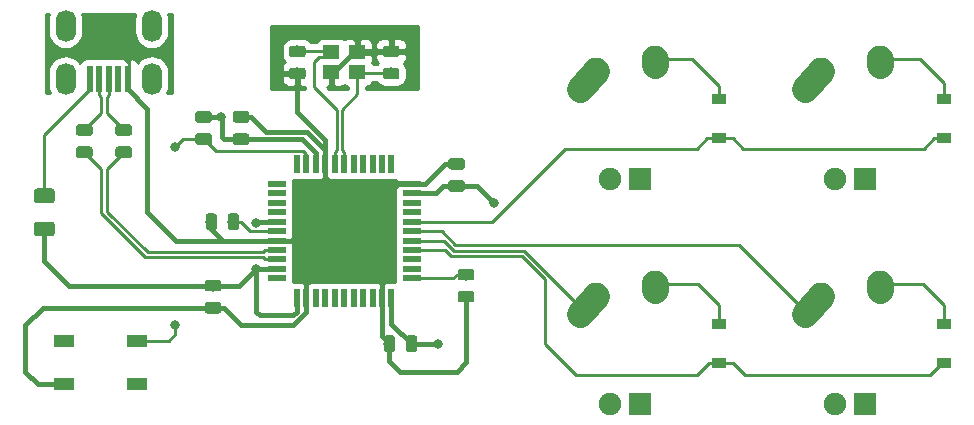
<source format=gbr>
G04 #@! TF.GenerationSoftware,KiCad,Pcbnew,(5.1.4)-1*
G04 #@! TF.CreationDate,2020-07-29T14:25:06+02:00*
G04 #@! TF.ProjectId,ai03-pcb-2x2-macroboard,61693033-2d70-4636-922d-3278322d6d61,rev?*
G04 #@! TF.SameCoordinates,Original*
G04 #@! TF.FileFunction,Copper,L2,Bot*
G04 #@! TF.FilePolarity,Positive*
%FSLAX46Y46*%
G04 Gerber Fmt 4.6, Leading zero omitted, Abs format (unit mm)*
G04 Created by KiCad (PCBNEW (5.1.4)-1) date 2020-07-29 14:25:06*
%MOMM*%
%LPD*%
G04 APERTURE LIST*
%ADD10O,1.700000X2.700000*%
%ADD11R,0.500000X2.250000*%
%ADD12R,1.400000X1.200000*%
%ADD13R,0.550000X1.500000*%
%ADD14R,1.500000X0.550000*%
%ADD15R,1.800000X1.100000*%
%ADD16C,0.100000*%
%ADD17C,0.975000*%
%ADD18R,1.905000X1.905000*%
%ADD19C,1.905000*%
%ADD20C,2.250000*%
%ADD21C,2.250000*%
%ADD22C,1.250000*%
%ADD23R,1.200000X0.900000*%
%ADD24C,0.800000*%
%ADD25C,0.254000*%
%ADD26C,0.381000*%
G04 APERTURE END LIST*
D10*
X128811000Y-81026000D03*
X136111000Y-81026000D03*
X136111000Y-85526000D03*
X128811000Y-85526000D03*
D11*
X130861000Y-85526000D03*
X131661000Y-85526000D03*
X132461000Y-85526000D03*
X133261000Y-85526000D03*
X134061000Y-85526000D03*
D12*
X153500000Y-83287500D03*
X151300000Y-83287500D03*
X151300000Y-84987500D03*
X153500000Y-84987500D03*
D13*
X148400000Y-104125000D03*
X149200000Y-104125000D03*
X150000000Y-104125000D03*
X150800000Y-104125000D03*
X151600000Y-104125000D03*
X152400000Y-104125000D03*
X153200000Y-104125000D03*
X154000000Y-104125000D03*
X154800000Y-104125000D03*
X155600000Y-104125000D03*
X156400000Y-104125000D03*
D14*
X158100000Y-102425000D03*
X158100000Y-101625000D03*
X158100000Y-100825000D03*
X158100000Y-100025000D03*
X158100000Y-99225000D03*
X158100000Y-98425000D03*
X158100000Y-97625000D03*
X158100000Y-96825000D03*
X158100000Y-96025000D03*
X158100000Y-95225000D03*
X158100000Y-94425000D03*
D13*
X156400000Y-92725000D03*
X155600000Y-92725000D03*
X154800000Y-92725000D03*
X154000000Y-92725000D03*
X153200000Y-92725000D03*
X152400000Y-92725000D03*
X151600000Y-92725000D03*
X150800000Y-92725000D03*
X150000000Y-92725000D03*
X149200000Y-92725000D03*
X148400000Y-92725000D03*
D14*
X146700000Y-94425000D03*
X146700000Y-95225000D03*
X146700000Y-96025000D03*
X146700000Y-96825000D03*
X146700000Y-97625000D03*
X146700000Y-98425000D03*
X146700000Y-99225000D03*
X146700000Y-100025000D03*
X146700000Y-100825000D03*
X146700000Y-101625000D03*
X146700000Y-102425000D03*
D15*
X134862500Y-111387500D03*
X128662500Y-107687500D03*
X134862500Y-107687500D03*
X128662500Y-111387500D03*
D16*
G36*
X163198892Y-101619924D02*
G01*
X163222553Y-101623434D01*
X163245757Y-101629246D01*
X163268279Y-101637304D01*
X163289903Y-101647532D01*
X163310420Y-101659829D01*
X163329633Y-101674079D01*
X163347357Y-101690143D01*
X163363421Y-101707867D01*
X163377671Y-101727080D01*
X163389968Y-101747597D01*
X163400196Y-101769221D01*
X163408254Y-101791743D01*
X163414066Y-101814947D01*
X163417576Y-101838608D01*
X163418750Y-101862500D01*
X163418750Y-102350000D01*
X163417576Y-102373892D01*
X163414066Y-102397553D01*
X163408254Y-102420757D01*
X163400196Y-102443279D01*
X163389968Y-102464903D01*
X163377671Y-102485420D01*
X163363421Y-102504633D01*
X163347357Y-102522357D01*
X163329633Y-102538421D01*
X163310420Y-102552671D01*
X163289903Y-102564968D01*
X163268279Y-102575196D01*
X163245757Y-102583254D01*
X163222553Y-102589066D01*
X163198892Y-102592576D01*
X163175000Y-102593750D01*
X162262500Y-102593750D01*
X162238608Y-102592576D01*
X162214947Y-102589066D01*
X162191743Y-102583254D01*
X162169221Y-102575196D01*
X162147597Y-102564968D01*
X162127080Y-102552671D01*
X162107867Y-102538421D01*
X162090143Y-102522357D01*
X162074079Y-102504633D01*
X162059829Y-102485420D01*
X162047532Y-102464903D01*
X162037304Y-102443279D01*
X162029246Y-102420757D01*
X162023434Y-102397553D01*
X162019924Y-102373892D01*
X162018750Y-102350000D01*
X162018750Y-101862500D01*
X162019924Y-101838608D01*
X162023434Y-101814947D01*
X162029246Y-101791743D01*
X162037304Y-101769221D01*
X162047532Y-101747597D01*
X162059829Y-101727080D01*
X162074079Y-101707867D01*
X162090143Y-101690143D01*
X162107867Y-101674079D01*
X162127080Y-101659829D01*
X162147597Y-101647532D01*
X162169221Y-101637304D01*
X162191743Y-101629246D01*
X162214947Y-101623434D01*
X162238608Y-101619924D01*
X162262500Y-101618750D01*
X163175000Y-101618750D01*
X163198892Y-101619924D01*
X163198892Y-101619924D01*
G37*
D17*
X162718750Y-102106250D03*
D16*
G36*
X163198892Y-103494924D02*
G01*
X163222553Y-103498434D01*
X163245757Y-103504246D01*
X163268279Y-103512304D01*
X163289903Y-103522532D01*
X163310420Y-103534829D01*
X163329633Y-103549079D01*
X163347357Y-103565143D01*
X163363421Y-103582867D01*
X163377671Y-103602080D01*
X163389968Y-103622597D01*
X163400196Y-103644221D01*
X163408254Y-103666743D01*
X163414066Y-103689947D01*
X163417576Y-103713608D01*
X163418750Y-103737500D01*
X163418750Y-104225000D01*
X163417576Y-104248892D01*
X163414066Y-104272553D01*
X163408254Y-104295757D01*
X163400196Y-104318279D01*
X163389968Y-104339903D01*
X163377671Y-104360420D01*
X163363421Y-104379633D01*
X163347357Y-104397357D01*
X163329633Y-104413421D01*
X163310420Y-104427671D01*
X163289903Y-104439968D01*
X163268279Y-104450196D01*
X163245757Y-104458254D01*
X163222553Y-104464066D01*
X163198892Y-104467576D01*
X163175000Y-104468750D01*
X162262500Y-104468750D01*
X162238608Y-104467576D01*
X162214947Y-104464066D01*
X162191743Y-104458254D01*
X162169221Y-104450196D01*
X162147597Y-104439968D01*
X162127080Y-104427671D01*
X162107867Y-104413421D01*
X162090143Y-104397357D01*
X162074079Y-104379633D01*
X162059829Y-104360420D01*
X162047532Y-104339903D01*
X162037304Y-104318279D01*
X162029246Y-104295757D01*
X162023434Y-104272553D01*
X162019924Y-104248892D01*
X162018750Y-104225000D01*
X162018750Y-103737500D01*
X162019924Y-103713608D01*
X162023434Y-103689947D01*
X162029246Y-103666743D01*
X162037304Y-103644221D01*
X162047532Y-103622597D01*
X162059829Y-103602080D01*
X162074079Y-103582867D01*
X162090143Y-103565143D01*
X162107867Y-103549079D01*
X162127080Y-103534829D01*
X162147597Y-103522532D01*
X162169221Y-103512304D01*
X162191743Y-103504246D01*
X162214947Y-103498434D01*
X162238608Y-103494924D01*
X162262500Y-103493750D01*
X163175000Y-103493750D01*
X163198892Y-103494924D01*
X163198892Y-103494924D01*
G37*
D17*
X162718750Y-103981250D03*
D16*
G36*
X130877392Y-89381174D02*
G01*
X130901053Y-89384684D01*
X130924257Y-89390496D01*
X130946779Y-89398554D01*
X130968403Y-89408782D01*
X130988920Y-89421079D01*
X131008133Y-89435329D01*
X131025857Y-89451393D01*
X131041921Y-89469117D01*
X131056171Y-89488330D01*
X131068468Y-89508847D01*
X131078696Y-89530471D01*
X131086754Y-89552993D01*
X131092566Y-89576197D01*
X131096076Y-89599858D01*
X131097250Y-89623750D01*
X131097250Y-90111250D01*
X131096076Y-90135142D01*
X131092566Y-90158803D01*
X131086754Y-90182007D01*
X131078696Y-90204529D01*
X131068468Y-90226153D01*
X131056171Y-90246670D01*
X131041921Y-90265883D01*
X131025857Y-90283607D01*
X131008133Y-90299671D01*
X130988920Y-90313921D01*
X130968403Y-90326218D01*
X130946779Y-90336446D01*
X130924257Y-90344504D01*
X130901053Y-90350316D01*
X130877392Y-90353826D01*
X130853500Y-90355000D01*
X129941000Y-90355000D01*
X129917108Y-90353826D01*
X129893447Y-90350316D01*
X129870243Y-90344504D01*
X129847721Y-90336446D01*
X129826097Y-90326218D01*
X129805580Y-90313921D01*
X129786367Y-90299671D01*
X129768643Y-90283607D01*
X129752579Y-90265883D01*
X129738329Y-90246670D01*
X129726032Y-90226153D01*
X129715804Y-90204529D01*
X129707746Y-90182007D01*
X129701934Y-90158803D01*
X129698424Y-90135142D01*
X129697250Y-90111250D01*
X129697250Y-89623750D01*
X129698424Y-89599858D01*
X129701934Y-89576197D01*
X129707746Y-89552993D01*
X129715804Y-89530471D01*
X129726032Y-89508847D01*
X129738329Y-89488330D01*
X129752579Y-89469117D01*
X129768643Y-89451393D01*
X129786367Y-89435329D01*
X129805580Y-89421079D01*
X129826097Y-89408782D01*
X129847721Y-89398554D01*
X129870243Y-89390496D01*
X129893447Y-89384684D01*
X129917108Y-89381174D01*
X129941000Y-89380000D01*
X130853500Y-89380000D01*
X130877392Y-89381174D01*
X130877392Y-89381174D01*
G37*
D17*
X130397250Y-89867500D03*
D16*
G36*
X130877392Y-91256174D02*
G01*
X130901053Y-91259684D01*
X130924257Y-91265496D01*
X130946779Y-91273554D01*
X130968403Y-91283782D01*
X130988920Y-91296079D01*
X131008133Y-91310329D01*
X131025857Y-91326393D01*
X131041921Y-91344117D01*
X131056171Y-91363330D01*
X131068468Y-91383847D01*
X131078696Y-91405471D01*
X131086754Y-91427993D01*
X131092566Y-91451197D01*
X131096076Y-91474858D01*
X131097250Y-91498750D01*
X131097250Y-91986250D01*
X131096076Y-92010142D01*
X131092566Y-92033803D01*
X131086754Y-92057007D01*
X131078696Y-92079529D01*
X131068468Y-92101153D01*
X131056171Y-92121670D01*
X131041921Y-92140883D01*
X131025857Y-92158607D01*
X131008133Y-92174671D01*
X130988920Y-92188921D01*
X130968403Y-92201218D01*
X130946779Y-92211446D01*
X130924257Y-92219504D01*
X130901053Y-92225316D01*
X130877392Y-92228826D01*
X130853500Y-92230000D01*
X129941000Y-92230000D01*
X129917108Y-92228826D01*
X129893447Y-92225316D01*
X129870243Y-92219504D01*
X129847721Y-92211446D01*
X129826097Y-92201218D01*
X129805580Y-92188921D01*
X129786367Y-92174671D01*
X129768643Y-92158607D01*
X129752579Y-92140883D01*
X129738329Y-92121670D01*
X129726032Y-92101153D01*
X129715804Y-92079529D01*
X129707746Y-92057007D01*
X129701934Y-92033803D01*
X129698424Y-92010142D01*
X129697250Y-91986250D01*
X129697250Y-91498750D01*
X129698424Y-91474858D01*
X129701934Y-91451197D01*
X129707746Y-91427993D01*
X129715804Y-91405471D01*
X129726032Y-91383847D01*
X129738329Y-91363330D01*
X129752579Y-91344117D01*
X129768643Y-91326393D01*
X129786367Y-91310329D01*
X129805580Y-91296079D01*
X129826097Y-91283782D01*
X129847721Y-91273554D01*
X129870243Y-91265496D01*
X129893447Y-91259684D01*
X129917108Y-91256174D01*
X129941000Y-91255000D01*
X130853500Y-91255000D01*
X130877392Y-91256174D01*
X130877392Y-91256174D01*
G37*
D17*
X130397250Y-91742500D03*
D16*
G36*
X134211142Y-89381174D02*
G01*
X134234803Y-89384684D01*
X134258007Y-89390496D01*
X134280529Y-89398554D01*
X134302153Y-89408782D01*
X134322670Y-89421079D01*
X134341883Y-89435329D01*
X134359607Y-89451393D01*
X134375671Y-89469117D01*
X134389921Y-89488330D01*
X134402218Y-89508847D01*
X134412446Y-89530471D01*
X134420504Y-89552993D01*
X134426316Y-89576197D01*
X134429826Y-89599858D01*
X134431000Y-89623750D01*
X134431000Y-90111250D01*
X134429826Y-90135142D01*
X134426316Y-90158803D01*
X134420504Y-90182007D01*
X134412446Y-90204529D01*
X134402218Y-90226153D01*
X134389921Y-90246670D01*
X134375671Y-90265883D01*
X134359607Y-90283607D01*
X134341883Y-90299671D01*
X134322670Y-90313921D01*
X134302153Y-90326218D01*
X134280529Y-90336446D01*
X134258007Y-90344504D01*
X134234803Y-90350316D01*
X134211142Y-90353826D01*
X134187250Y-90355000D01*
X133274750Y-90355000D01*
X133250858Y-90353826D01*
X133227197Y-90350316D01*
X133203993Y-90344504D01*
X133181471Y-90336446D01*
X133159847Y-90326218D01*
X133139330Y-90313921D01*
X133120117Y-90299671D01*
X133102393Y-90283607D01*
X133086329Y-90265883D01*
X133072079Y-90246670D01*
X133059782Y-90226153D01*
X133049554Y-90204529D01*
X133041496Y-90182007D01*
X133035684Y-90158803D01*
X133032174Y-90135142D01*
X133031000Y-90111250D01*
X133031000Y-89623750D01*
X133032174Y-89599858D01*
X133035684Y-89576197D01*
X133041496Y-89552993D01*
X133049554Y-89530471D01*
X133059782Y-89508847D01*
X133072079Y-89488330D01*
X133086329Y-89469117D01*
X133102393Y-89451393D01*
X133120117Y-89435329D01*
X133139330Y-89421079D01*
X133159847Y-89408782D01*
X133181471Y-89398554D01*
X133203993Y-89390496D01*
X133227197Y-89384684D01*
X133250858Y-89381174D01*
X133274750Y-89380000D01*
X134187250Y-89380000D01*
X134211142Y-89381174D01*
X134211142Y-89381174D01*
G37*
D17*
X133731000Y-89867500D03*
D16*
G36*
X134211142Y-91256174D02*
G01*
X134234803Y-91259684D01*
X134258007Y-91265496D01*
X134280529Y-91273554D01*
X134302153Y-91283782D01*
X134322670Y-91296079D01*
X134341883Y-91310329D01*
X134359607Y-91326393D01*
X134375671Y-91344117D01*
X134389921Y-91363330D01*
X134402218Y-91383847D01*
X134412446Y-91405471D01*
X134420504Y-91427993D01*
X134426316Y-91451197D01*
X134429826Y-91474858D01*
X134431000Y-91498750D01*
X134431000Y-91986250D01*
X134429826Y-92010142D01*
X134426316Y-92033803D01*
X134420504Y-92057007D01*
X134412446Y-92079529D01*
X134402218Y-92101153D01*
X134389921Y-92121670D01*
X134375671Y-92140883D01*
X134359607Y-92158607D01*
X134341883Y-92174671D01*
X134322670Y-92188921D01*
X134302153Y-92201218D01*
X134280529Y-92211446D01*
X134258007Y-92219504D01*
X134234803Y-92225316D01*
X134211142Y-92228826D01*
X134187250Y-92230000D01*
X133274750Y-92230000D01*
X133250858Y-92228826D01*
X133227197Y-92225316D01*
X133203993Y-92219504D01*
X133181471Y-92211446D01*
X133159847Y-92201218D01*
X133139330Y-92188921D01*
X133120117Y-92174671D01*
X133102393Y-92158607D01*
X133086329Y-92140883D01*
X133072079Y-92121670D01*
X133059782Y-92101153D01*
X133049554Y-92079529D01*
X133041496Y-92057007D01*
X133035684Y-92033803D01*
X133032174Y-92010142D01*
X133031000Y-91986250D01*
X133031000Y-91498750D01*
X133032174Y-91474858D01*
X133035684Y-91451197D01*
X133041496Y-91427993D01*
X133049554Y-91405471D01*
X133059782Y-91383847D01*
X133072079Y-91363330D01*
X133086329Y-91344117D01*
X133102393Y-91326393D01*
X133120117Y-91310329D01*
X133139330Y-91296079D01*
X133159847Y-91283782D01*
X133181471Y-91273554D01*
X133203993Y-91265496D01*
X133227197Y-91259684D01*
X133250858Y-91256174D01*
X133274750Y-91255000D01*
X134187250Y-91255000D01*
X134211142Y-91256174D01*
X134211142Y-91256174D01*
G37*
D17*
X133731000Y-91742500D03*
D16*
G36*
X140973892Y-90144924D02*
G01*
X140997553Y-90148434D01*
X141020757Y-90154246D01*
X141043279Y-90162304D01*
X141064903Y-90172532D01*
X141085420Y-90184829D01*
X141104633Y-90199079D01*
X141122357Y-90215143D01*
X141138421Y-90232867D01*
X141152671Y-90252080D01*
X141164968Y-90272597D01*
X141175196Y-90294221D01*
X141183254Y-90316743D01*
X141189066Y-90339947D01*
X141192576Y-90363608D01*
X141193750Y-90387500D01*
X141193750Y-90875000D01*
X141192576Y-90898892D01*
X141189066Y-90922553D01*
X141183254Y-90945757D01*
X141175196Y-90968279D01*
X141164968Y-90989903D01*
X141152671Y-91010420D01*
X141138421Y-91029633D01*
X141122357Y-91047357D01*
X141104633Y-91063421D01*
X141085420Y-91077671D01*
X141064903Y-91089968D01*
X141043279Y-91100196D01*
X141020757Y-91108254D01*
X140997553Y-91114066D01*
X140973892Y-91117576D01*
X140950000Y-91118750D01*
X140037500Y-91118750D01*
X140013608Y-91117576D01*
X139989947Y-91114066D01*
X139966743Y-91108254D01*
X139944221Y-91100196D01*
X139922597Y-91089968D01*
X139902080Y-91077671D01*
X139882867Y-91063421D01*
X139865143Y-91047357D01*
X139849079Y-91029633D01*
X139834829Y-91010420D01*
X139822532Y-90989903D01*
X139812304Y-90968279D01*
X139804246Y-90945757D01*
X139798434Y-90922553D01*
X139794924Y-90898892D01*
X139793750Y-90875000D01*
X139793750Y-90387500D01*
X139794924Y-90363608D01*
X139798434Y-90339947D01*
X139804246Y-90316743D01*
X139812304Y-90294221D01*
X139822532Y-90272597D01*
X139834829Y-90252080D01*
X139849079Y-90232867D01*
X139865143Y-90215143D01*
X139882867Y-90199079D01*
X139902080Y-90184829D01*
X139922597Y-90172532D01*
X139944221Y-90162304D01*
X139966743Y-90154246D01*
X139989947Y-90148434D01*
X140013608Y-90144924D01*
X140037500Y-90143750D01*
X140950000Y-90143750D01*
X140973892Y-90144924D01*
X140973892Y-90144924D01*
G37*
D17*
X140493750Y-90631250D03*
D16*
G36*
X140973892Y-88269924D02*
G01*
X140997553Y-88273434D01*
X141020757Y-88279246D01*
X141043279Y-88287304D01*
X141064903Y-88297532D01*
X141085420Y-88309829D01*
X141104633Y-88324079D01*
X141122357Y-88340143D01*
X141138421Y-88357867D01*
X141152671Y-88377080D01*
X141164968Y-88397597D01*
X141175196Y-88419221D01*
X141183254Y-88441743D01*
X141189066Y-88464947D01*
X141192576Y-88488608D01*
X141193750Y-88512500D01*
X141193750Y-89000000D01*
X141192576Y-89023892D01*
X141189066Y-89047553D01*
X141183254Y-89070757D01*
X141175196Y-89093279D01*
X141164968Y-89114903D01*
X141152671Y-89135420D01*
X141138421Y-89154633D01*
X141122357Y-89172357D01*
X141104633Y-89188421D01*
X141085420Y-89202671D01*
X141064903Y-89214968D01*
X141043279Y-89225196D01*
X141020757Y-89233254D01*
X140997553Y-89239066D01*
X140973892Y-89242576D01*
X140950000Y-89243750D01*
X140037500Y-89243750D01*
X140013608Y-89242576D01*
X139989947Y-89239066D01*
X139966743Y-89233254D01*
X139944221Y-89225196D01*
X139922597Y-89214968D01*
X139902080Y-89202671D01*
X139882867Y-89188421D01*
X139865143Y-89172357D01*
X139849079Y-89154633D01*
X139834829Y-89135420D01*
X139822532Y-89114903D01*
X139812304Y-89093279D01*
X139804246Y-89070757D01*
X139798434Y-89047553D01*
X139794924Y-89023892D01*
X139793750Y-89000000D01*
X139793750Y-88512500D01*
X139794924Y-88488608D01*
X139798434Y-88464947D01*
X139804246Y-88441743D01*
X139812304Y-88419221D01*
X139822532Y-88397597D01*
X139834829Y-88377080D01*
X139849079Y-88357867D01*
X139865143Y-88340143D01*
X139882867Y-88324079D01*
X139902080Y-88309829D01*
X139922597Y-88297532D01*
X139944221Y-88287304D01*
X139966743Y-88279246D01*
X139989947Y-88273434D01*
X140013608Y-88269924D01*
X140037500Y-88268750D01*
X140950000Y-88268750D01*
X140973892Y-88269924D01*
X140973892Y-88269924D01*
G37*
D17*
X140493750Y-88756250D03*
D18*
X196532500Y-113030000D03*
D19*
X193992500Y-113030000D03*
D20*
X192762500Y-103950000D03*
X192107501Y-104680000D03*
D21*
X191452500Y-105410000D02*
X192762502Y-103950000D01*
D20*
X197802500Y-102870000D03*
X197782500Y-103160000D03*
D21*
X197762500Y-103450000D02*
X197802500Y-102870000D01*
D18*
X177482500Y-113030000D03*
D19*
X174942500Y-113030000D03*
D20*
X173712500Y-103950000D03*
X173057501Y-104680000D03*
D21*
X172402500Y-105410000D02*
X173712502Y-103950000D01*
D20*
X178752500Y-102870000D03*
X178732500Y-103160000D03*
D21*
X178712500Y-103450000D02*
X178752500Y-102870000D01*
D18*
X196532500Y-93980000D03*
D19*
X193992500Y-93980000D03*
D20*
X192762500Y-84900000D03*
X192107501Y-85630000D03*
D21*
X191452500Y-86360000D02*
X192762502Y-84900000D01*
D20*
X197802500Y-83820000D03*
X197782500Y-84110000D03*
D21*
X197762500Y-84400000D02*
X197802500Y-83820000D01*
D18*
X177482500Y-93980000D03*
D19*
X174942500Y-93980000D03*
D20*
X173712500Y-84900000D03*
X173057501Y-85630000D03*
D21*
X172402500Y-86360000D02*
X173712502Y-84900000D01*
D20*
X178752500Y-83820000D03*
X178732500Y-84110000D03*
D21*
X178712500Y-84400000D02*
X178752500Y-83820000D01*
D16*
G36*
X127649504Y-94813704D02*
G01*
X127673773Y-94817304D01*
X127697571Y-94823265D01*
X127720671Y-94831530D01*
X127742849Y-94842020D01*
X127763893Y-94854633D01*
X127783598Y-94869247D01*
X127801777Y-94885723D01*
X127818253Y-94903902D01*
X127832867Y-94923607D01*
X127845480Y-94944651D01*
X127855970Y-94966829D01*
X127864235Y-94989929D01*
X127870196Y-95013727D01*
X127873796Y-95037996D01*
X127875000Y-95062500D01*
X127875000Y-95812500D01*
X127873796Y-95837004D01*
X127870196Y-95861273D01*
X127864235Y-95885071D01*
X127855970Y-95908171D01*
X127845480Y-95930349D01*
X127832867Y-95951393D01*
X127818253Y-95971098D01*
X127801777Y-95989277D01*
X127783598Y-96005753D01*
X127763893Y-96020367D01*
X127742849Y-96032980D01*
X127720671Y-96043470D01*
X127697571Y-96051735D01*
X127673773Y-96057696D01*
X127649504Y-96061296D01*
X127625000Y-96062500D01*
X126375000Y-96062500D01*
X126350496Y-96061296D01*
X126326227Y-96057696D01*
X126302429Y-96051735D01*
X126279329Y-96043470D01*
X126257151Y-96032980D01*
X126236107Y-96020367D01*
X126216402Y-96005753D01*
X126198223Y-95989277D01*
X126181747Y-95971098D01*
X126167133Y-95951393D01*
X126154520Y-95930349D01*
X126144030Y-95908171D01*
X126135765Y-95885071D01*
X126129804Y-95861273D01*
X126126204Y-95837004D01*
X126125000Y-95812500D01*
X126125000Y-95062500D01*
X126126204Y-95037996D01*
X126129804Y-95013727D01*
X126135765Y-94989929D01*
X126144030Y-94966829D01*
X126154520Y-94944651D01*
X126167133Y-94923607D01*
X126181747Y-94903902D01*
X126198223Y-94885723D01*
X126216402Y-94869247D01*
X126236107Y-94854633D01*
X126257151Y-94842020D01*
X126279329Y-94831530D01*
X126302429Y-94823265D01*
X126326227Y-94817304D01*
X126350496Y-94813704D01*
X126375000Y-94812500D01*
X127625000Y-94812500D01*
X127649504Y-94813704D01*
X127649504Y-94813704D01*
G37*
D22*
X127000000Y-95437500D03*
D16*
G36*
X127649504Y-97613704D02*
G01*
X127673773Y-97617304D01*
X127697571Y-97623265D01*
X127720671Y-97631530D01*
X127742849Y-97642020D01*
X127763893Y-97654633D01*
X127783598Y-97669247D01*
X127801777Y-97685723D01*
X127818253Y-97703902D01*
X127832867Y-97723607D01*
X127845480Y-97744651D01*
X127855970Y-97766829D01*
X127864235Y-97789929D01*
X127870196Y-97813727D01*
X127873796Y-97837996D01*
X127875000Y-97862500D01*
X127875000Y-98612500D01*
X127873796Y-98637004D01*
X127870196Y-98661273D01*
X127864235Y-98685071D01*
X127855970Y-98708171D01*
X127845480Y-98730349D01*
X127832867Y-98751393D01*
X127818253Y-98771098D01*
X127801777Y-98789277D01*
X127783598Y-98805753D01*
X127763893Y-98820367D01*
X127742849Y-98832980D01*
X127720671Y-98843470D01*
X127697571Y-98851735D01*
X127673773Y-98857696D01*
X127649504Y-98861296D01*
X127625000Y-98862500D01*
X126375000Y-98862500D01*
X126350496Y-98861296D01*
X126326227Y-98857696D01*
X126302429Y-98851735D01*
X126279329Y-98843470D01*
X126257151Y-98832980D01*
X126236107Y-98820367D01*
X126216402Y-98805753D01*
X126198223Y-98789277D01*
X126181747Y-98771098D01*
X126167133Y-98751393D01*
X126154520Y-98730349D01*
X126144030Y-98708171D01*
X126135765Y-98685071D01*
X126129804Y-98661273D01*
X126126204Y-98637004D01*
X126125000Y-98612500D01*
X126125000Y-97862500D01*
X126126204Y-97837996D01*
X126129804Y-97813727D01*
X126135765Y-97789929D01*
X126144030Y-97766829D01*
X126154520Y-97744651D01*
X126167133Y-97723607D01*
X126181747Y-97703902D01*
X126198223Y-97685723D01*
X126216402Y-97669247D01*
X126236107Y-97654633D01*
X126257151Y-97642020D01*
X126279329Y-97631530D01*
X126302429Y-97623265D01*
X126326227Y-97617304D01*
X126350496Y-97613704D01*
X126375000Y-97612500D01*
X127625000Y-97612500D01*
X127649504Y-97613704D01*
X127649504Y-97613704D01*
G37*
D22*
X127000000Y-98237500D03*
D23*
X203200000Y-106300000D03*
X203200000Y-109600000D03*
X184150000Y-106300000D03*
X184150000Y-109600000D03*
X203200000Y-87250000D03*
X203200000Y-90550000D03*
X184150000Y-87250000D03*
X184150000Y-90550000D03*
D16*
G36*
X141767642Y-104432424D02*
G01*
X141791303Y-104435934D01*
X141814507Y-104441746D01*
X141837029Y-104449804D01*
X141858653Y-104460032D01*
X141879170Y-104472329D01*
X141898383Y-104486579D01*
X141916107Y-104502643D01*
X141932171Y-104520367D01*
X141946421Y-104539580D01*
X141958718Y-104560097D01*
X141968946Y-104581721D01*
X141977004Y-104604243D01*
X141982816Y-104627447D01*
X141986326Y-104651108D01*
X141987500Y-104675000D01*
X141987500Y-105162500D01*
X141986326Y-105186392D01*
X141982816Y-105210053D01*
X141977004Y-105233257D01*
X141968946Y-105255779D01*
X141958718Y-105277403D01*
X141946421Y-105297920D01*
X141932171Y-105317133D01*
X141916107Y-105334857D01*
X141898383Y-105350921D01*
X141879170Y-105365171D01*
X141858653Y-105377468D01*
X141837029Y-105387696D01*
X141814507Y-105395754D01*
X141791303Y-105401566D01*
X141767642Y-105405076D01*
X141743750Y-105406250D01*
X140831250Y-105406250D01*
X140807358Y-105405076D01*
X140783697Y-105401566D01*
X140760493Y-105395754D01*
X140737971Y-105387696D01*
X140716347Y-105377468D01*
X140695830Y-105365171D01*
X140676617Y-105350921D01*
X140658893Y-105334857D01*
X140642829Y-105317133D01*
X140628579Y-105297920D01*
X140616282Y-105277403D01*
X140606054Y-105255779D01*
X140597996Y-105233257D01*
X140592184Y-105210053D01*
X140588674Y-105186392D01*
X140587500Y-105162500D01*
X140587500Y-104675000D01*
X140588674Y-104651108D01*
X140592184Y-104627447D01*
X140597996Y-104604243D01*
X140606054Y-104581721D01*
X140616282Y-104560097D01*
X140628579Y-104539580D01*
X140642829Y-104520367D01*
X140658893Y-104502643D01*
X140676617Y-104486579D01*
X140695830Y-104472329D01*
X140716347Y-104460032D01*
X140737971Y-104449804D01*
X140760493Y-104441746D01*
X140783697Y-104435934D01*
X140807358Y-104432424D01*
X140831250Y-104431250D01*
X141743750Y-104431250D01*
X141767642Y-104432424D01*
X141767642Y-104432424D01*
G37*
D17*
X141287500Y-104918750D03*
D16*
G36*
X141767642Y-102557424D02*
G01*
X141791303Y-102560934D01*
X141814507Y-102566746D01*
X141837029Y-102574804D01*
X141858653Y-102585032D01*
X141879170Y-102597329D01*
X141898383Y-102611579D01*
X141916107Y-102627643D01*
X141932171Y-102645367D01*
X141946421Y-102664580D01*
X141958718Y-102685097D01*
X141968946Y-102706721D01*
X141977004Y-102729243D01*
X141982816Y-102752447D01*
X141986326Y-102776108D01*
X141987500Y-102800000D01*
X141987500Y-103287500D01*
X141986326Y-103311392D01*
X141982816Y-103335053D01*
X141977004Y-103358257D01*
X141968946Y-103380779D01*
X141958718Y-103402403D01*
X141946421Y-103422920D01*
X141932171Y-103442133D01*
X141916107Y-103459857D01*
X141898383Y-103475921D01*
X141879170Y-103490171D01*
X141858653Y-103502468D01*
X141837029Y-103512696D01*
X141814507Y-103520754D01*
X141791303Y-103526566D01*
X141767642Y-103530076D01*
X141743750Y-103531250D01*
X140831250Y-103531250D01*
X140807358Y-103530076D01*
X140783697Y-103526566D01*
X140760493Y-103520754D01*
X140737971Y-103512696D01*
X140716347Y-103502468D01*
X140695830Y-103490171D01*
X140676617Y-103475921D01*
X140658893Y-103459857D01*
X140642829Y-103442133D01*
X140628579Y-103422920D01*
X140616282Y-103402403D01*
X140606054Y-103380779D01*
X140597996Y-103358257D01*
X140592184Y-103335053D01*
X140588674Y-103311392D01*
X140587500Y-103287500D01*
X140587500Y-102800000D01*
X140588674Y-102776108D01*
X140592184Y-102752447D01*
X140597996Y-102729243D01*
X140606054Y-102706721D01*
X140616282Y-102685097D01*
X140628579Y-102664580D01*
X140642829Y-102645367D01*
X140658893Y-102627643D01*
X140676617Y-102611579D01*
X140695830Y-102597329D01*
X140716347Y-102585032D01*
X140737971Y-102574804D01*
X140760493Y-102566746D01*
X140783697Y-102560934D01*
X140807358Y-102557424D01*
X140831250Y-102556250D01*
X141743750Y-102556250D01*
X141767642Y-102557424D01*
X141767642Y-102557424D01*
G37*
D17*
X141287500Y-103043750D03*
D16*
G36*
X156492642Y-107251174D02*
G01*
X156516303Y-107254684D01*
X156539507Y-107260496D01*
X156562029Y-107268554D01*
X156583653Y-107278782D01*
X156604170Y-107291079D01*
X156623383Y-107305329D01*
X156641107Y-107321393D01*
X156657171Y-107339117D01*
X156671421Y-107358330D01*
X156683718Y-107378847D01*
X156693946Y-107400471D01*
X156702004Y-107422993D01*
X156707816Y-107446197D01*
X156711326Y-107469858D01*
X156712500Y-107493750D01*
X156712500Y-108406250D01*
X156711326Y-108430142D01*
X156707816Y-108453803D01*
X156702004Y-108477007D01*
X156693946Y-108499529D01*
X156683718Y-108521153D01*
X156671421Y-108541670D01*
X156657171Y-108560883D01*
X156641107Y-108578607D01*
X156623383Y-108594671D01*
X156604170Y-108608921D01*
X156583653Y-108621218D01*
X156562029Y-108631446D01*
X156539507Y-108639504D01*
X156516303Y-108645316D01*
X156492642Y-108648826D01*
X156468750Y-108650000D01*
X155981250Y-108650000D01*
X155957358Y-108648826D01*
X155933697Y-108645316D01*
X155910493Y-108639504D01*
X155887971Y-108631446D01*
X155866347Y-108621218D01*
X155845830Y-108608921D01*
X155826617Y-108594671D01*
X155808893Y-108578607D01*
X155792829Y-108560883D01*
X155778579Y-108541670D01*
X155766282Y-108521153D01*
X155756054Y-108499529D01*
X155747996Y-108477007D01*
X155742184Y-108453803D01*
X155738674Y-108430142D01*
X155737500Y-108406250D01*
X155737500Y-107493750D01*
X155738674Y-107469858D01*
X155742184Y-107446197D01*
X155747996Y-107422993D01*
X155756054Y-107400471D01*
X155766282Y-107378847D01*
X155778579Y-107358330D01*
X155792829Y-107339117D01*
X155808893Y-107321393D01*
X155826617Y-107305329D01*
X155845830Y-107291079D01*
X155866347Y-107278782D01*
X155887971Y-107268554D01*
X155910493Y-107260496D01*
X155933697Y-107254684D01*
X155957358Y-107251174D01*
X155981250Y-107250000D01*
X156468750Y-107250000D01*
X156492642Y-107251174D01*
X156492642Y-107251174D01*
G37*
D17*
X156225000Y-107950000D03*
D16*
G36*
X158367642Y-107251174D02*
G01*
X158391303Y-107254684D01*
X158414507Y-107260496D01*
X158437029Y-107268554D01*
X158458653Y-107278782D01*
X158479170Y-107291079D01*
X158498383Y-107305329D01*
X158516107Y-107321393D01*
X158532171Y-107339117D01*
X158546421Y-107358330D01*
X158558718Y-107378847D01*
X158568946Y-107400471D01*
X158577004Y-107422993D01*
X158582816Y-107446197D01*
X158586326Y-107469858D01*
X158587500Y-107493750D01*
X158587500Y-108406250D01*
X158586326Y-108430142D01*
X158582816Y-108453803D01*
X158577004Y-108477007D01*
X158568946Y-108499529D01*
X158558718Y-108521153D01*
X158546421Y-108541670D01*
X158532171Y-108560883D01*
X158516107Y-108578607D01*
X158498383Y-108594671D01*
X158479170Y-108608921D01*
X158458653Y-108621218D01*
X158437029Y-108631446D01*
X158414507Y-108639504D01*
X158391303Y-108645316D01*
X158367642Y-108648826D01*
X158343750Y-108650000D01*
X157856250Y-108650000D01*
X157832358Y-108648826D01*
X157808697Y-108645316D01*
X157785493Y-108639504D01*
X157762971Y-108631446D01*
X157741347Y-108621218D01*
X157720830Y-108608921D01*
X157701617Y-108594671D01*
X157683893Y-108578607D01*
X157667829Y-108560883D01*
X157653579Y-108541670D01*
X157641282Y-108521153D01*
X157631054Y-108499529D01*
X157622996Y-108477007D01*
X157617184Y-108453803D01*
X157613674Y-108430142D01*
X157612500Y-108406250D01*
X157612500Y-107493750D01*
X157613674Y-107469858D01*
X157617184Y-107446197D01*
X157622996Y-107422993D01*
X157631054Y-107400471D01*
X157641282Y-107378847D01*
X157653579Y-107358330D01*
X157667829Y-107339117D01*
X157683893Y-107321393D01*
X157701617Y-107305329D01*
X157720830Y-107291079D01*
X157741347Y-107278782D01*
X157762971Y-107268554D01*
X157785493Y-107260496D01*
X157808697Y-107254684D01*
X157832358Y-107251174D01*
X157856250Y-107250000D01*
X158343750Y-107250000D01*
X158367642Y-107251174D01*
X158367642Y-107251174D01*
G37*
D17*
X158100000Y-107950000D03*
D16*
G36*
X162405142Y-92238674D02*
G01*
X162428803Y-92242184D01*
X162452007Y-92247996D01*
X162474529Y-92256054D01*
X162496153Y-92266282D01*
X162516670Y-92278579D01*
X162535883Y-92292829D01*
X162553607Y-92308893D01*
X162569671Y-92326617D01*
X162583921Y-92345830D01*
X162596218Y-92366347D01*
X162606446Y-92387971D01*
X162614504Y-92410493D01*
X162620316Y-92433697D01*
X162623826Y-92457358D01*
X162625000Y-92481250D01*
X162625000Y-92968750D01*
X162623826Y-92992642D01*
X162620316Y-93016303D01*
X162614504Y-93039507D01*
X162606446Y-93062029D01*
X162596218Y-93083653D01*
X162583921Y-93104170D01*
X162569671Y-93123383D01*
X162553607Y-93141107D01*
X162535883Y-93157171D01*
X162516670Y-93171421D01*
X162496153Y-93183718D01*
X162474529Y-93193946D01*
X162452007Y-93202004D01*
X162428803Y-93207816D01*
X162405142Y-93211326D01*
X162381250Y-93212500D01*
X161468750Y-93212500D01*
X161444858Y-93211326D01*
X161421197Y-93207816D01*
X161397993Y-93202004D01*
X161375471Y-93193946D01*
X161353847Y-93183718D01*
X161333330Y-93171421D01*
X161314117Y-93157171D01*
X161296393Y-93141107D01*
X161280329Y-93123383D01*
X161266079Y-93104170D01*
X161253782Y-93083653D01*
X161243554Y-93062029D01*
X161235496Y-93039507D01*
X161229684Y-93016303D01*
X161226174Y-92992642D01*
X161225000Y-92968750D01*
X161225000Y-92481250D01*
X161226174Y-92457358D01*
X161229684Y-92433697D01*
X161235496Y-92410493D01*
X161243554Y-92387971D01*
X161253782Y-92366347D01*
X161266079Y-92345830D01*
X161280329Y-92326617D01*
X161296393Y-92308893D01*
X161314117Y-92292829D01*
X161333330Y-92278579D01*
X161353847Y-92266282D01*
X161375471Y-92256054D01*
X161397993Y-92247996D01*
X161421197Y-92242184D01*
X161444858Y-92238674D01*
X161468750Y-92237500D01*
X162381250Y-92237500D01*
X162405142Y-92238674D01*
X162405142Y-92238674D01*
G37*
D17*
X161925000Y-92725000D03*
D16*
G36*
X162405142Y-94113674D02*
G01*
X162428803Y-94117184D01*
X162452007Y-94122996D01*
X162474529Y-94131054D01*
X162496153Y-94141282D01*
X162516670Y-94153579D01*
X162535883Y-94167829D01*
X162553607Y-94183893D01*
X162569671Y-94201617D01*
X162583921Y-94220830D01*
X162596218Y-94241347D01*
X162606446Y-94262971D01*
X162614504Y-94285493D01*
X162620316Y-94308697D01*
X162623826Y-94332358D01*
X162625000Y-94356250D01*
X162625000Y-94843750D01*
X162623826Y-94867642D01*
X162620316Y-94891303D01*
X162614504Y-94914507D01*
X162606446Y-94937029D01*
X162596218Y-94958653D01*
X162583921Y-94979170D01*
X162569671Y-94998383D01*
X162553607Y-95016107D01*
X162535883Y-95032171D01*
X162516670Y-95046421D01*
X162496153Y-95058718D01*
X162474529Y-95068946D01*
X162452007Y-95077004D01*
X162428803Y-95082816D01*
X162405142Y-95086326D01*
X162381250Y-95087500D01*
X161468750Y-95087500D01*
X161444858Y-95086326D01*
X161421197Y-95082816D01*
X161397993Y-95077004D01*
X161375471Y-95068946D01*
X161353847Y-95058718D01*
X161333330Y-95046421D01*
X161314117Y-95032171D01*
X161296393Y-95016107D01*
X161280329Y-94998383D01*
X161266079Y-94979170D01*
X161253782Y-94958653D01*
X161243554Y-94937029D01*
X161235496Y-94914507D01*
X161229684Y-94891303D01*
X161226174Y-94867642D01*
X161225000Y-94843750D01*
X161225000Y-94356250D01*
X161226174Y-94332358D01*
X161229684Y-94308697D01*
X161235496Y-94285493D01*
X161243554Y-94262971D01*
X161253782Y-94241347D01*
X161266079Y-94220830D01*
X161280329Y-94201617D01*
X161296393Y-94183893D01*
X161314117Y-94167829D01*
X161333330Y-94153579D01*
X161353847Y-94141282D01*
X161375471Y-94131054D01*
X161397993Y-94122996D01*
X161421197Y-94117184D01*
X161444858Y-94113674D01*
X161468750Y-94112500D01*
X162381250Y-94112500D01*
X162405142Y-94113674D01*
X162405142Y-94113674D01*
G37*
D17*
X161925000Y-94600000D03*
D16*
G36*
X144148892Y-88269924D02*
G01*
X144172553Y-88273434D01*
X144195757Y-88279246D01*
X144218279Y-88287304D01*
X144239903Y-88297532D01*
X144260420Y-88309829D01*
X144279633Y-88324079D01*
X144297357Y-88340143D01*
X144313421Y-88357867D01*
X144327671Y-88377080D01*
X144339968Y-88397597D01*
X144350196Y-88419221D01*
X144358254Y-88441743D01*
X144364066Y-88464947D01*
X144367576Y-88488608D01*
X144368750Y-88512500D01*
X144368750Y-89000000D01*
X144367576Y-89023892D01*
X144364066Y-89047553D01*
X144358254Y-89070757D01*
X144350196Y-89093279D01*
X144339968Y-89114903D01*
X144327671Y-89135420D01*
X144313421Y-89154633D01*
X144297357Y-89172357D01*
X144279633Y-89188421D01*
X144260420Y-89202671D01*
X144239903Y-89214968D01*
X144218279Y-89225196D01*
X144195757Y-89233254D01*
X144172553Y-89239066D01*
X144148892Y-89242576D01*
X144125000Y-89243750D01*
X143212500Y-89243750D01*
X143188608Y-89242576D01*
X143164947Y-89239066D01*
X143141743Y-89233254D01*
X143119221Y-89225196D01*
X143097597Y-89214968D01*
X143077080Y-89202671D01*
X143057867Y-89188421D01*
X143040143Y-89172357D01*
X143024079Y-89154633D01*
X143009829Y-89135420D01*
X142997532Y-89114903D01*
X142987304Y-89093279D01*
X142979246Y-89070757D01*
X142973434Y-89047553D01*
X142969924Y-89023892D01*
X142968750Y-89000000D01*
X142968750Y-88512500D01*
X142969924Y-88488608D01*
X142973434Y-88464947D01*
X142979246Y-88441743D01*
X142987304Y-88419221D01*
X142997532Y-88397597D01*
X143009829Y-88377080D01*
X143024079Y-88357867D01*
X143040143Y-88340143D01*
X143057867Y-88324079D01*
X143077080Y-88309829D01*
X143097597Y-88297532D01*
X143119221Y-88287304D01*
X143141743Y-88279246D01*
X143164947Y-88273434D01*
X143188608Y-88269924D01*
X143212500Y-88268750D01*
X144125000Y-88268750D01*
X144148892Y-88269924D01*
X144148892Y-88269924D01*
G37*
D17*
X143668750Y-88756250D03*
D16*
G36*
X144148892Y-90144924D02*
G01*
X144172553Y-90148434D01*
X144195757Y-90154246D01*
X144218279Y-90162304D01*
X144239903Y-90172532D01*
X144260420Y-90184829D01*
X144279633Y-90199079D01*
X144297357Y-90215143D01*
X144313421Y-90232867D01*
X144327671Y-90252080D01*
X144339968Y-90272597D01*
X144350196Y-90294221D01*
X144358254Y-90316743D01*
X144364066Y-90339947D01*
X144367576Y-90363608D01*
X144368750Y-90387500D01*
X144368750Y-90875000D01*
X144367576Y-90898892D01*
X144364066Y-90922553D01*
X144358254Y-90945757D01*
X144350196Y-90968279D01*
X144339968Y-90989903D01*
X144327671Y-91010420D01*
X144313421Y-91029633D01*
X144297357Y-91047357D01*
X144279633Y-91063421D01*
X144260420Y-91077671D01*
X144239903Y-91089968D01*
X144218279Y-91100196D01*
X144195757Y-91108254D01*
X144172553Y-91114066D01*
X144148892Y-91117576D01*
X144125000Y-91118750D01*
X143212500Y-91118750D01*
X143188608Y-91117576D01*
X143164947Y-91114066D01*
X143141743Y-91108254D01*
X143119221Y-91100196D01*
X143097597Y-91089968D01*
X143077080Y-91077671D01*
X143057867Y-91063421D01*
X143040143Y-91047357D01*
X143024079Y-91029633D01*
X143009829Y-91010420D01*
X142997532Y-90989903D01*
X142987304Y-90968279D01*
X142979246Y-90945757D01*
X142973434Y-90922553D01*
X142969924Y-90898892D01*
X142968750Y-90875000D01*
X142968750Y-90387500D01*
X142969924Y-90363608D01*
X142973434Y-90339947D01*
X142979246Y-90316743D01*
X142987304Y-90294221D01*
X142997532Y-90272597D01*
X143009829Y-90252080D01*
X143024079Y-90232867D01*
X143040143Y-90215143D01*
X143057867Y-90199079D01*
X143077080Y-90184829D01*
X143097597Y-90172532D01*
X143119221Y-90162304D01*
X143141743Y-90154246D01*
X143164947Y-90148434D01*
X143188608Y-90144924D01*
X143212500Y-90143750D01*
X144125000Y-90143750D01*
X144148892Y-90144924D01*
X144148892Y-90144924D01*
G37*
D17*
X143668750Y-90631250D03*
D16*
G36*
X143286392Y-96932424D02*
G01*
X143310053Y-96935934D01*
X143333257Y-96941746D01*
X143355779Y-96949804D01*
X143377403Y-96960032D01*
X143397920Y-96972329D01*
X143417133Y-96986579D01*
X143434857Y-97002643D01*
X143450921Y-97020367D01*
X143465171Y-97039580D01*
X143477468Y-97060097D01*
X143487696Y-97081721D01*
X143495754Y-97104243D01*
X143501566Y-97127447D01*
X143505076Y-97151108D01*
X143506250Y-97175000D01*
X143506250Y-98087500D01*
X143505076Y-98111392D01*
X143501566Y-98135053D01*
X143495754Y-98158257D01*
X143487696Y-98180779D01*
X143477468Y-98202403D01*
X143465171Y-98222920D01*
X143450921Y-98242133D01*
X143434857Y-98259857D01*
X143417133Y-98275921D01*
X143397920Y-98290171D01*
X143377403Y-98302468D01*
X143355779Y-98312696D01*
X143333257Y-98320754D01*
X143310053Y-98326566D01*
X143286392Y-98330076D01*
X143262500Y-98331250D01*
X142775000Y-98331250D01*
X142751108Y-98330076D01*
X142727447Y-98326566D01*
X142704243Y-98320754D01*
X142681721Y-98312696D01*
X142660097Y-98302468D01*
X142639580Y-98290171D01*
X142620367Y-98275921D01*
X142602643Y-98259857D01*
X142586579Y-98242133D01*
X142572329Y-98222920D01*
X142560032Y-98202403D01*
X142549804Y-98180779D01*
X142541746Y-98158257D01*
X142535934Y-98135053D01*
X142532424Y-98111392D01*
X142531250Y-98087500D01*
X142531250Y-97175000D01*
X142532424Y-97151108D01*
X142535934Y-97127447D01*
X142541746Y-97104243D01*
X142549804Y-97081721D01*
X142560032Y-97060097D01*
X142572329Y-97039580D01*
X142586579Y-97020367D01*
X142602643Y-97002643D01*
X142620367Y-96986579D01*
X142639580Y-96972329D01*
X142660097Y-96960032D01*
X142681721Y-96949804D01*
X142704243Y-96941746D01*
X142727447Y-96935934D01*
X142751108Y-96932424D01*
X142775000Y-96931250D01*
X143262500Y-96931250D01*
X143286392Y-96932424D01*
X143286392Y-96932424D01*
G37*
D17*
X143018750Y-97631250D03*
D16*
G36*
X141411392Y-96932424D02*
G01*
X141435053Y-96935934D01*
X141458257Y-96941746D01*
X141480779Y-96949804D01*
X141502403Y-96960032D01*
X141522920Y-96972329D01*
X141542133Y-96986579D01*
X141559857Y-97002643D01*
X141575921Y-97020367D01*
X141590171Y-97039580D01*
X141602468Y-97060097D01*
X141612696Y-97081721D01*
X141620754Y-97104243D01*
X141626566Y-97127447D01*
X141630076Y-97151108D01*
X141631250Y-97175000D01*
X141631250Y-98087500D01*
X141630076Y-98111392D01*
X141626566Y-98135053D01*
X141620754Y-98158257D01*
X141612696Y-98180779D01*
X141602468Y-98202403D01*
X141590171Y-98222920D01*
X141575921Y-98242133D01*
X141559857Y-98259857D01*
X141542133Y-98275921D01*
X141522920Y-98290171D01*
X141502403Y-98302468D01*
X141480779Y-98312696D01*
X141458257Y-98320754D01*
X141435053Y-98326566D01*
X141411392Y-98330076D01*
X141387500Y-98331250D01*
X140900000Y-98331250D01*
X140876108Y-98330076D01*
X140852447Y-98326566D01*
X140829243Y-98320754D01*
X140806721Y-98312696D01*
X140785097Y-98302468D01*
X140764580Y-98290171D01*
X140745367Y-98275921D01*
X140727643Y-98259857D01*
X140711579Y-98242133D01*
X140697329Y-98222920D01*
X140685032Y-98202403D01*
X140674804Y-98180779D01*
X140666746Y-98158257D01*
X140660934Y-98135053D01*
X140657424Y-98111392D01*
X140656250Y-98087500D01*
X140656250Y-97175000D01*
X140657424Y-97151108D01*
X140660934Y-97127447D01*
X140666746Y-97104243D01*
X140674804Y-97081721D01*
X140685032Y-97060097D01*
X140697329Y-97039580D01*
X140711579Y-97020367D01*
X140727643Y-97002643D01*
X140745367Y-96986579D01*
X140764580Y-96972329D01*
X140785097Y-96960032D01*
X140806721Y-96949804D01*
X140829243Y-96941746D01*
X140852447Y-96935934D01*
X140876108Y-96932424D01*
X140900000Y-96931250D01*
X141387500Y-96931250D01*
X141411392Y-96932424D01*
X141411392Y-96932424D01*
G37*
D17*
X141143750Y-97631250D03*
D16*
G36*
X148911392Y-82713674D02*
G01*
X148935053Y-82717184D01*
X148958257Y-82722996D01*
X148980779Y-82731054D01*
X149002403Y-82741282D01*
X149022920Y-82753579D01*
X149042133Y-82767829D01*
X149059857Y-82783893D01*
X149075921Y-82801617D01*
X149090171Y-82820830D01*
X149102468Y-82841347D01*
X149112696Y-82862971D01*
X149120754Y-82885493D01*
X149126566Y-82908697D01*
X149130076Y-82932358D01*
X149131250Y-82956250D01*
X149131250Y-83443750D01*
X149130076Y-83467642D01*
X149126566Y-83491303D01*
X149120754Y-83514507D01*
X149112696Y-83537029D01*
X149102468Y-83558653D01*
X149090171Y-83579170D01*
X149075921Y-83598383D01*
X149059857Y-83616107D01*
X149042133Y-83632171D01*
X149022920Y-83646421D01*
X149002403Y-83658718D01*
X148980779Y-83668946D01*
X148958257Y-83677004D01*
X148935053Y-83682816D01*
X148911392Y-83686326D01*
X148887500Y-83687500D01*
X147975000Y-83687500D01*
X147951108Y-83686326D01*
X147927447Y-83682816D01*
X147904243Y-83677004D01*
X147881721Y-83668946D01*
X147860097Y-83658718D01*
X147839580Y-83646421D01*
X147820367Y-83632171D01*
X147802643Y-83616107D01*
X147786579Y-83598383D01*
X147772329Y-83579170D01*
X147760032Y-83558653D01*
X147749804Y-83537029D01*
X147741746Y-83514507D01*
X147735934Y-83491303D01*
X147732424Y-83467642D01*
X147731250Y-83443750D01*
X147731250Y-82956250D01*
X147732424Y-82932358D01*
X147735934Y-82908697D01*
X147741746Y-82885493D01*
X147749804Y-82862971D01*
X147760032Y-82841347D01*
X147772329Y-82820830D01*
X147786579Y-82801617D01*
X147802643Y-82783893D01*
X147820367Y-82767829D01*
X147839580Y-82753579D01*
X147860097Y-82741282D01*
X147881721Y-82731054D01*
X147904243Y-82722996D01*
X147927447Y-82717184D01*
X147951108Y-82713674D01*
X147975000Y-82712500D01*
X148887500Y-82712500D01*
X148911392Y-82713674D01*
X148911392Y-82713674D01*
G37*
D17*
X148431250Y-83200000D03*
D16*
G36*
X148911392Y-84588674D02*
G01*
X148935053Y-84592184D01*
X148958257Y-84597996D01*
X148980779Y-84606054D01*
X149002403Y-84616282D01*
X149022920Y-84628579D01*
X149042133Y-84642829D01*
X149059857Y-84658893D01*
X149075921Y-84676617D01*
X149090171Y-84695830D01*
X149102468Y-84716347D01*
X149112696Y-84737971D01*
X149120754Y-84760493D01*
X149126566Y-84783697D01*
X149130076Y-84807358D01*
X149131250Y-84831250D01*
X149131250Y-85318750D01*
X149130076Y-85342642D01*
X149126566Y-85366303D01*
X149120754Y-85389507D01*
X149112696Y-85412029D01*
X149102468Y-85433653D01*
X149090171Y-85454170D01*
X149075921Y-85473383D01*
X149059857Y-85491107D01*
X149042133Y-85507171D01*
X149022920Y-85521421D01*
X149002403Y-85533718D01*
X148980779Y-85543946D01*
X148958257Y-85552004D01*
X148935053Y-85557816D01*
X148911392Y-85561326D01*
X148887500Y-85562500D01*
X147975000Y-85562500D01*
X147951108Y-85561326D01*
X147927447Y-85557816D01*
X147904243Y-85552004D01*
X147881721Y-85543946D01*
X147860097Y-85533718D01*
X147839580Y-85521421D01*
X147820367Y-85507171D01*
X147802643Y-85491107D01*
X147786579Y-85473383D01*
X147772329Y-85454170D01*
X147760032Y-85433653D01*
X147749804Y-85412029D01*
X147741746Y-85389507D01*
X147735934Y-85366303D01*
X147732424Y-85342642D01*
X147731250Y-85318750D01*
X147731250Y-84831250D01*
X147732424Y-84807358D01*
X147735934Y-84783697D01*
X147741746Y-84760493D01*
X147749804Y-84737971D01*
X147760032Y-84716347D01*
X147772329Y-84695830D01*
X147786579Y-84676617D01*
X147802643Y-84658893D01*
X147820367Y-84642829D01*
X147839580Y-84628579D01*
X147860097Y-84616282D01*
X147881721Y-84606054D01*
X147904243Y-84597996D01*
X147927447Y-84592184D01*
X147951108Y-84588674D01*
X147975000Y-84587500D01*
X148887500Y-84587500D01*
X148911392Y-84588674D01*
X148911392Y-84588674D01*
G37*
D17*
X148431250Y-85075000D03*
D16*
G36*
X156848892Y-84588674D02*
G01*
X156872553Y-84592184D01*
X156895757Y-84597996D01*
X156918279Y-84606054D01*
X156939903Y-84616282D01*
X156960420Y-84628579D01*
X156979633Y-84642829D01*
X156997357Y-84658893D01*
X157013421Y-84676617D01*
X157027671Y-84695830D01*
X157039968Y-84716347D01*
X157050196Y-84737971D01*
X157058254Y-84760493D01*
X157064066Y-84783697D01*
X157067576Y-84807358D01*
X157068750Y-84831250D01*
X157068750Y-85318750D01*
X157067576Y-85342642D01*
X157064066Y-85366303D01*
X157058254Y-85389507D01*
X157050196Y-85412029D01*
X157039968Y-85433653D01*
X157027671Y-85454170D01*
X157013421Y-85473383D01*
X156997357Y-85491107D01*
X156979633Y-85507171D01*
X156960420Y-85521421D01*
X156939903Y-85533718D01*
X156918279Y-85543946D01*
X156895757Y-85552004D01*
X156872553Y-85557816D01*
X156848892Y-85561326D01*
X156825000Y-85562500D01*
X155912500Y-85562500D01*
X155888608Y-85561326D01*
X155864947Y-85557816D01*
X155841743Y-85552004D01*
X155819221Y-85543946D01*
X155797597Y-85533718D01*
X155777080Y-85521421D01*
X155757867Y-85507171D01*
X155740143Y-85491107D01*
X155724079Y-85473383D01*
X155709829Y-85454170D01*
X155697532Y-85433653D01*
X155687304Y-85412029D01*
X155679246Y-85389507D01*
X155673434Y-85366303D01*
X155669924Y-85342642D01*
X155668750Y-85318750D01*
X155668750Y-84831250D01*
X155669924Y-84807358D01*
X155673434Y-84783697D01*
X155679246Y-84760493D01*
X155687304Y-84737971D01*
X155697532Y-84716347D01*
X155709829Y-84695830D01*
X155724079Y-84676617D01*
X155740143Y-84658893D01*
X155757867Y-84642829D01*
X155777080Y-84628579D01*
X155797597Y-84616282D01*
X155819221Y-84606054D01*
X155841743Y-84597996D01*
X155864947Y-84592184D01*
X155888608Y-84588674D01*
X155912500Y-84587500D01*
X156825000Y-84587500D01*
X156848892Y-84588674D01*
X156848892Y-84588674D01*
G37*
D17*
X156368750Y-85075000D03*
D16*
G36*
X156848892Y-82713674D02*
G01*
X156872553Y-82717184D01*
X156895757Y-82722996D01*
X156918279Y-82731054D01*
X156939903Y-82741282D01*
X156960420Y-82753579D01*
X156979633Y-82767829D01*
X156997357Y-82783893D01*
X157013421Y-82801617D01*
X157027671Y-82820830D01*
X157039968Y-82841347D01*
X157050196Y-82862971D01*
X157058254Y-82885493D01*
X157064066Y-82908697D01*
X157067576Y-82932358D01*
X157068750Y-82956250D01*
X157068750Y-83443750D01*
X157067576Y-83467642D01*
X157064066Y-83491303D01*
X157058254Y-83514507D01*
X157050196Y-83537029D01*
X157039968Y-83558653D01*
X157027671Y-83579170D01*
X157013421Y-83598383D01*
X156997357Y-83616107D01*
X156979633Y-83632171D01*
X156960420Y-83646421D01*
X156939903Y-83658718D01*
X156918279Y-83668946D01*
X156895757Y-83677004D01*
X156872553Y-83682816D01*
X156848892Y-83686326D01*
X156825000Y-83687500D01*
X155912500Y-83687500D01*
X155888608Y-83686326D01*
X155864947Y-83682816D01*
X155841743Y-83677004D01*
X155819221Y-83668946D01*
X155797597Y-83658718D01*
X155777080Y-83646421D01*
X155757867Y-83632171D01*
X155740143Y-83616107D01*
X155724079Y-83598383D01*
X155709829Y-83579170D01*
X155697532Y-83558653D01*
X155687304Y-83537029D01*
X155679246Y-83514507D01*
X155673434Y-83491303D01*
X155669924Y-83467642D01*
X155668750Y-83443750D01*
X155668750Y-82956250D01*
X155669924Y-82932358D01*
X155673434Y-82908697D01*
X155679246Y-82885493D01*
X155687304Y-82862971D01*
X155697532Y-82841347D01*
X155709829Y-82820830D01*
X155724079Y-82801617D01*
X155740143Y-82783893D01*
X155757867Y-82767829D01*
X155777080Y-82753579D01*
X155797597Y-82741282D01*
X155819221Y-82731054D01*
X155841743Y-82722996D01*
X155864947Y-82717184D01*
X155888608Y-82713674D01*
X155912500Y-82712500D01*
X156825000Y-82712500D01*
X156848892Y-82713674D01*
X156848892Y-82713674D01*
G37*
D17*
X156368750Y-83200000D03*
D24*
X160337500Y-107950000D03*
X165100000Y-96043750D03*
X144943750Y-101625000D03*
X141937500Y-88756250D03*
X144943750Y-97698000D03*
X138112500Y-91281250D03*
X138112500Y-106362500D03*
D25*
X153587500Y-85075000D02*
X153500000Y-84987500D01*
X156368750Y-85075000D02*
X153587500Y-85075000D01*
X152400000Y-91721000D02*
X152219010Y-91540010D01*
X152400000Y-92725000D02*
X152400000Y-91721000D01*
X152219010Y-91540010D02*
X152219010Y-88138000D01*
X153500000Y-86857010D02*
X153500000Y-84987500D01*
X152219010Y-88138000D02*
X153500000Y-86857010D01*
D26*
X153587500Y-83200000D02*
X153500000Y-83287500D01*
X156368750Y-83200000D02*
X153587500Y-83200000D01*
X147631250Y-85075000D02*
X147616250Y-85090000D01*
X148431250Y-85075000D02*
X147631250Y-85075000D01*
X147616250Y-85090000D02*
X147193000Y-85090000D01*
X147193000Y-85090000D02*
X146558000Y-84455000D01*
X146558000Y-84455000D02*
X146558000Y-82423000D01*
X146558000Y-82423000D02*
X147320000Y-81661000D01*
X152854500Y-81661000D02*
X147320000Y-81661000D01*
X153500000Y-82306500D02*
X152854500Y-81661000D01*
X153500000Y-83287500D02*
X153500000Y-82306500D01*
X153197098Y-83287500D02*
X153500000Y-83287500D01*
X151497098Y-84987500D02*
X153197098Y-83287500D01*
X151300000Y-84987500D02*
X151497098Y-84987500D01*
X143668750Y-88756250D02*
X144509250Y-88756250D01*
X144509250Y-88756250D02*
X145796000Y-90043000D01*
X150800000Y-91594000D02*
X150800000Y-92725000D01*
X149249000Y-90043000D02*
X150800000Y-91594000D01*
X145796000Y-90043000D02*
X149249000Y-90043000D01*
X148431250Y-85075000D02*
X148431250Y-88360250D01*
X150800000Y-90729000D02*
X150800000Y-91594000D01*
X148431250Y-88360250D02*
X150800000Y-90729000D01*
X162718750Y-103981250D02*
X162718750Y-109061250D01*
X155600000Y-107325000D02*
X155600000Y-104125000D01*
X156225000Y-107950000D02*
X155600000Y-107325000D01*
X141287500Y-104918750D02*
X142225000Y-104918750D01*
X142225000Y-104918750D02*
X143668750Y-106362500D01*
X149200000Y-105256000D02*
X149200000Y-104125000D01*
X148093500Y-106362500D02*
X149200000Y-105256000D01*
X143668750Y-106362500D02*
X148093500Y-106362500D01*
X126468750Y-111387500D02*
X128662500Y-111387500D01*
X125412500Y-110331250D02*
X126468750Y-111387500D01*
X125412500Y-106362500D02*
X125412500Y-110331250D01*
X141287500Y-104918750D02*
X126856250Y-104918750D01*
X126856250Y-104918750D02*
X125412500Y-106362500D01*
X134061000Y-86401000D02*
X135731250Y-88071250D01*
X134061000Y-85526000D02*
X134061000Y-86401000D01*
X145569000Y-99225000D02*
X146700000Y-99225000D01*
X135731250Y-96837500D02*
X138118750Y-99225000D01*
X135731250Y-88071250D02*
X135731250Y-96837500D01*
X138118750Y-99225000D02*
X141293750Y-99225000D01*
X141143750Y-97631250D02*
X141143750Y-98281250D01*
X142075000Y-99212500D02*
X142075000Y-99225000D01*
X141143750Y-98281250D02*
X142075000Y-99212500D01*
X141293750Y-99225000D02*
X142075000Y-99225000D01*
X142075000Y-99225000D02*
X145569000Y-99225000D01*
X155600000Y-102006000D02*
X155600000Y-104125000D01*
X154178000Y-100584000D02*
X155600000Y-102006000D01*
X154178000Y-97216000D02*
X154178000Y-100584000D01*
X158100000Y-94425000D02*
X156969000Y-94425000D01*
X154178000Y-100584000D02*
X152819000Y-99225000D01*
X149200000Y-100431000D02*
X150406000Y-99225000D01*
X149200000Y-104125000D02*
X149200000Y-100431000D01*
X152819000Y-99225000D02*
X150406000Y-99225000D01*
X150406000Y-99225000D02*
X146700000Y-99225000D01*
X156969000Y-94425000D02*
X154178000Y-97216000D01*
X154160000Y-97216000D02*
X154178000Y-97216000D01*
X150800000Y-93856000D02*
X154160000Y-97216000D01*
X150800000Y-92725000D02*
X150800000Y-93856000D01*
X162718750Y-109061250D02*
X162718750Y-109537500D01*
X162718750Y-109537500D02*
X161925000Y-110331250D01*
X161925000Y-110331250D02*
X157162500Y-110331250D01*
X156225000Y-109393750D02*
X157162500Y-110331250D01*
X156225000Y-107950000D02*
X156225000Y-109393750D01*
X161925000Y-92725000D02*
X160924000Y-92725000D01*
X160924000Y-92732000D02*
X160924000Y-92725000D01*
X159231000Y-94425000D02*
X160924000Y-92732000D01*
X158100000Y-94425000D02*
X159231000Y-94425000D01*
D25*
X151212500Y-83200000D02*
X151300000Y-83287500D01*
X148431250Y-83200000D02*
X151212500Y-83200000D01*
X150794500Y-83693000D02*
X151200000Y-83287500D01*
X150241000Y-83693000D02*
X150794500Y-83693000D01*
X151200000Y-83287500D02*
X151300000Y-83287500D01*
X151600000Y-91721000D02*
X151765000Y-91556000D01*
X151600000Y-92725000D02*
X151600000Y-91721000D01*
X151765000Y-91556000D02*
X151765000Y-88138000D01*
X151765000Y-88138000D02*
X149860000Y-86233000D01*
X149860000Y-86233000D02*
X149860000Y-84074000D01*
X149860000Y-84074000D02*
X150241000Y-83693000D01*
X143018750Y-97631250D02*
X143668750Y-97631250D01*
X143668750Y-97631250D02*
X144462500Y-98425000D01*
X144462500Y-98425000D02*
X146700000Y-98425000D01*
D26*
X143668750Y-90631250D02*
X148797250Y-90631250D01*
X150000000Y-91834000D02*
X150000000Y-92725000D01*
X148797250Y-90631250D02*
X150000000Y-91834000D01*
X148400000Y-104125000D02*
X148400000Y-104600000D01*
X156400000Y-106250000D02*
X156400000Y-104125000D01*
X158100000Y-107950000D02*
X156400000Y-106250000D01*
X143668750Y-90631250D02*
X142225000Y-90631250D01*
X142225000Y-90631250D02*
X142081250Y-90487500D01*
X142081250Y-90487500D02*
X142081250Y-90343750D01*
X140493750Y-88756250D02*
X141937500Y-88756250D01*
X141937500Y-88756250D02*
X142081250Y-88900000D01*
X142081250Y-88900000D02*
X142081250Y-90487500D01*
X144943750Y-101625000D02*
X146700000Y-101625000D01*
X143525000Y-103043750D02*
X144943750Y-101625000D01*
X141287500Y-103043750D02*
X143525000Y-103043750D01*
X148400000Y-105234328D02*
X148400000Y-104125000D01*
X148065578Y-105568750D02*
X148400000Y-105234328D01*
X145256250Y-105568750D02*
X148065578Y-105568750D01*
X144943750Y-101625000D02*
X144943750Y-105256250D01*
X144943750Y-105256250D02*
X145256250Y-105568750D01*
X158100000Y-107950000D02*
X160337500Y-107950000D01*
X163656250Y-94600000D02*
X161925000Y-94600000D01*
X165100000Y-96043750D02*
X163656250Y-94600000D01*
X146700000Y-97625000D02*
X145016750Y-97625000D01*
X145016750Y-97625000D02*
X144943750Y-97698000D01*
X134793750Y-103043750D02*
X141287500Y-103043750D01*
X129078750Y-103043750D02*
X134793750Y-103043750D01*
X127000000Y-98237500D02*
X127000000Y-100965000D01*
X127000000Y-100965000D02*
X129078750Y-103043750D01*
X161925000Y-94600000D02*
X160797000Y-94600000D01*
X160172000Y-95225000D02*
X158100000Y-95225000D01*
X160797000Y-94600000D02*
X160172000Y-95225000D01*
D25*
X184150000Y-87250000D02*
X184000000Y-87250000D01*
X180570000Y-83820000D02*
X178752500Y-83820000D01*
X181864000Y-83820000D02*
X180570000Y-83820000D01*
X184150000Y-87250000D02*
X184150000Y-86106000D01*
X184150000Y-86106000D02*
X181864000Y-83820000D01*
X202346000Y-90550000D02*
X201456000Y-91440000D01*
X203200000Y-90550000D02*
X202346000Y-90550000D01*
X201456000Y-91440000D02*
X186182000Y-91440000D01*
X185292000Y-90550000D02*
X184150000Y-90550000D01*
X186182000Y-91440000D02*
X185292000Y-90550000D01*
X160497067Y-97625000D02*
X158100000Y-97625000D01*
X184150000Y-90550000D02*
X184000000Y-90550000D01*
X184150000Y-90550000D02*
X183135000Y-90550000D01*
X183135000Y-90550000D02*
X182245000Y-91440000D01*
X182245000Y-91440000D02*
X171069000Y-91440000D01*
X164884000Y-97625000D02*
X160497067Y-97625000D01*
X171069000Y-91440000D02*
X164884000Y-97625000D01*
X198342500Y-83820000D02*
X197762500Y-84400000D01*
X201168000Y-83820000D02*
X198342500Y-83820000D01*
X203200000Y-87250000D02*
X203200000Y-85852000D01*
X203200000Y-85852000D02*
X201168000Y-83820000D01*
X184150000Y-106300000D02*
X184000000Y-106300000D01*
X180570000Y-102870000D02*
X178752500Y-102870000D01*
X182372000Y-102870000D02*
X180570000Y-102870000D01*
X184150000Y-106300000D02*
X184150000Y-104648000D01*
X184150000Y-104648000D02*
X182372000Y-102870000D01*
X203050000Y-109600000D02*
X202033000Y-110617000D01*
X203200000Y-109600000D02*
X203050000Y-109600000D01*
X202033000Y-110617000D02*
X186309000Y-110617000D01*
X185292000Y-109600000D02*
X184150000Y-109600000D01*
X186309000Y-110617000D02*
X185292000Y-109600000D01*
X183296000Y-109600000D02*
X184150000Y-109600000D01*
X182279000Y-110617000D02*
X183296000Y-109600000D01*
X172020538Y-110617000D02*
X182279000Y-110617000D01*
X158100000Y-100025000D02*
X160970867Y-100025000D01*
X160970867Y-100025000D02*
X161475877Y-100530010D01*
X161475877Y-100530010D02*
X167451944Y-100530010D01*
X167451944Y-100530010D02*
X169418000Y-102496066D01*
X169418000Y-102496066D02*
X169418000Y-108014462D01*
X169418000Y-108014462D02*
X172020538Y-110617000D01*
X198342500Y-102870000D02*
X197762500Y-103450000D01*
X201422000Y-102870000D02*
X198342500Y-102870000D01*
X203200000Y-106300000D02*
X203200000Y-104648000D01*
X203200000Y-104648000D02*
X201422000Y-102870000D01*
X130861000Y-86401000D02*
X130861000Y-85526000D01*
X127000000Y-90262000D02*
X130861000Y-86401000D01*
X127000000Y-95437500D02*
X127000000Y-90262000D01*
X172402500Y-105410000D02*
X172402500Y-104838500D01*
X172402500Y-104838500D02*
X167640000Y-100076000D01*
X167640000Y-100076000D02*
X161663934Y-100076000D01*
X160812934Y-99225000D02*
X158100000Y-99225000D01*
X161663934Y-100076000D02*
X160812934Y-99225000D01*
X160655000Y-98425000D02*
X158100000Y-98425000D01*
X161798000Y-99568000D02*
X160655000Y-98425000D01*
X185801000Y-99568000D02*
X161798000Y-99568000D01*
X191452500Y-105410000D02*
X191452500Y-105219500D01*
X191452500Y-105219500D02*
X185801000Y-99568000D01*
X140493750Y-90631250D02*
X138762500Y-90631250D01*
X138762500Y-90631250D02*
X138112500Y-91281250D01*
X138112500Y-106362500D02*
X138112500Y-107156250D01*
X137581250Y-107687500D02*
X134862500Y-107687500D01*
X138112500Y-107156250D02*
X137581250Y-107687500D01*
X149200000Y-91911398D02*
X149200000Y-92725000D01*
X148936601Y-91647999D02*
X149200000Y-91911398D01*
X141510499Y-91647999D02*
X148936601Y-91647999D01*
X140493750Y-90631250D02*
X141510499Y-91647999D01*
X132461000Y-86905000D02*
X132280010Y-87085990D01*
X132461000Y-85526000D02*
X132461000Y-86905000D01*
X132280010Y-88416510D02*
X132280010Y-87085990D01*
X133731000Y-89867500D02*
X132280010Y-88416510D01*
X132334000Y-93139500D02*
X133731000Y-91742500D01*
X132334000Y-96774000D02*
X132334000Y-93139500D01*
X135763000Y-100203000D02*
X132334000Y-96774000D01*
X145518000Y-100203000D02*
X135763000Y-100203000D01*
X146700000Y-100025000D02*
X145696000Y-100025000D01*
X145696000Y-100025000D02*
X145518000Y-100203000D01*
X131661000Y-86905000D02*
X131826000Y-87070000D01*
X131661000Y-85526000D02*
X131661000Y-86905000D01*
X131826000Y-88438750D02*
X130397250Y-89867500D01*
X131826000Y-87070000D02*
X131826000Y-88438750D01*
X131826000Y-93171250D02*
X130397250Y-91742500D01*
X145696000Y-100825000D02*
X145528010Y-100657010D01*
X146700000Y-100825000D02*
X145696000Y-100825000D01*
X145528010Y-100657010D02*
X135574943Y-100657010D01*
X135574943Y-100657010D02*
X135308990Y-100391056D01*
X135308990Y-100391056D02*
X131826000Y-96908066D01*
X131826000Y-96908066D02*
X131826000Y-93171250D01*
X159104000Y-102425000D02*
X158100000Y-102425000D01*
X161600000Y-102425000D02*
X159104000Y-102425000D01*
X161918750Y-102106250D02*
X161600000Y-102425000D01*
X162718750Y-102106250D02*
X161918750Y-102106250D01*
G36*
X151427000Y-84860500D02*
G01*
X151447000Y-84860500D01*
X151447000Y-85114500D01*
X151427000Y-85114500D01*
X151427000Y-86063750D01*
X151585750Y-86222500D01*
X152000000Y-86225572D01*
X152124482Y-86213312D01*
X152244180Y-86177002D01*
X152354494Y-86118037D01*
X152400000Y-86080691D01*
X152445506Y-86118037D01*
X152555820Y-86177002D01*
X152675518Y-86213312D01*
X152738000Y-86219466D01*
X152738000Y-86391750D01*
X151096381Y-86391750D01*
X150927772Y-86223141D01*
X151014250Y-86222500D01*
X151173000Y-86063750D01*
X151173000Y-85114500D01*
X151153000Y-85114500D01*
X151153000Y-84860500D01*
X151173000Y-84860500D01*
X151173000Y-84840500D01*
X151427000Y-84840500D01*
X151427000Y-84860500D01*
X151427000Y-84860500D01*
G37*
X151427000Y-84860500D02*
X151447000Y-84860500D01*
X151447000Y-85114500D01*
X151427000Y-85114500D01*
X151427000Y-86063750D01*
X151585750Y-86222500D01*
X152000000Y-86225572D01*
X152124482Y-86213312D01*
X152244180Y-86177002D01*
X152354494Y-86118037D01*
X152400000Y-86080691D01*
X152445506Y-86118037D01*
X152555820Y-86177002D01*
X152675518Y-86213312D01*
X152738000Y-86219466D01*
X152738000Y-86391750D01*
X151096381Y-86391750D01*
X150927772Y-86223141D01*
X151014250Y-86222500D01*
X151173000Y-86063750D01*
X151173000Y-85114500D01*
X151153000Y-85114500D01*
X151153000Y-84860500D01*
X151173000Y-84860500D01*
X151173000Y-84840500D01*
X151427000Y-84840500D01*
X151427000Y-84860500D01*
G36*
X158623000Y-86391750D02*
G01*
X154262000Y-86391750D01*
X154262000Y-86219466D01*
X154324482Y-86213312D01*
X154444180Y-86177002D01*
X154554494Y-86118037D01*
X154651185Y-86038685D01*
X154730537Y-85941994D01*
X154786658Y-85837000D01*
X155202547Y-85837000D01*
X155288958Y-85942292D01*
X155422586Y-86051958D01*
X155575041Y-86133447D01*
X155740465Y-86183628D01*
X155912500Y-86200572D01*
X156825000Y-86200572D01*
X156997035Y-86183628D01*
X157162459Y-86133447D01*
X157314914Y-86051958D01*
X157448542Y-85942292D01*
X157558208Y-85808664D01*
X157639697Y-85656209D01*
X157689878Y-85490785D01*
X157706822Y-85318750D01*
X157706822Y-84831250D01*
X157689878Y-84659215D01*
X157639697Y-84493791D01*
X157558208Y-84341336D01*
X157448542Y-84207708D01*
X157442186Y-84202492D01*
X157519935Y-84138685D01*
X157599287Y-84041994D01*
X157658252Y-83931680D01*
X157694562Y-83811982D01*
X157706822Y-83687500D01*
X157703750Y-83485750D01*
X157545000Y-83327000D01*
X156495750Y-83327000D01*
X156495750Y-83347000D01*
X156241750Y-83347000D01*
X156241750Y-83327000D01*
X155192500Y-83327000D01*
X155033750Y-83485750D01*
X155030678Y-83687500D01*
X155042938Y-83811982D01*
X155079248Y-83931680D01*
X155138213Y-84041994D01*
X155217565Y-84138685D01*
X155295314Y-84202492D01*
X155288958Y-84207708D01*
X155202547Y-84313000D01*
X154830735Y-84313000D01*
X154825812Y-84263018D01*
X154789502Y-84143320D01*
X154786391Y-84137500D01*
X154789502Y-84131680D01*
X154825812Y-84011982D01*
X154838072Y-83887500D01*
X154835000Y-83573250D01*
X154676250Y-83414500D01*
X153627000Y-83414500D01*
X153627000Y-83434500D01*
X153373000Y-83434500D01*
X153373000Y-83414500D01*
X153353000Y-83414500D01*
X153353000Y-83160500D01*
X153373000Y-83160500D01*
X153373000Y-82211250D01*
X153627000Y-82211250D01*
X153627000Y-83160500D01*
X154676250Y-83160500D01*
X154835000Y-83001750D01*
X154837827Y-82712500D01*
X155030678Y-82712500D01*
X155033750Y-82914250D01*
X155192500Y-83073000D01*
X156241750Y-83073000D01*
X156241750Y-82236250D01*
X156495750Y-82236250D01*
X156495750Y-83073000D01*
X157545000Y-83073000D01*
X157703750Y-82914250D01*
X157706822Y-82712500D01*
X157694562Y-82588018D01*
X157658252Y-82468320D01*
X157599287Y-82358006D01*
X157519935Y-82261315D01*
X157423244Y-82181963D01*
X157312930Y-82122998D01*
X157193232Y-82086688D01*
X157068750Y-82074428D01*
X156654500Y-82077500D01*
X156495750Y-82236250D01*
X156241750Y-82236250D01*
X156083000Y-82077500D01*
X155668750Y-82074428D01*
X155544268Y-82086688D01*
X155424570Y-82122998D01*
X155314256Y-82181963D01*
X155217565Y-82261315D01*
X155138213Y-82358006D01*
X155079248Y-82468320D01*
X155042938Y-82588018D01*
X155030678Y-82712500D01*
X154837827Y-82712500D01*
X154838072Y-82687500D01*
X154825812Y-82563018D01*
X154789502Y-82443320D01*
X154730537Y-82333006D01*
X154651185Y-82236315D01*
X154554494Y-82156963D01*
X154444180Y-82097998D01*
X154324482Y-82061688D01*
X154200000Y-82049428D01*
X153785750Y-82052500D01*
X153627000Y-82211250D01*
X153373000Y-82211250D01*
X153214250Y-82052500D01*
X152800000Y-82049428D01*
X152675518Y-82061688D01*
X152555820Y-82097998D01*
X152445506Y-82156963D01*
X152400000Y-82194309D01*
X152354494Y-82156963D01*
X152244180Y-82097998D01*
X152124482Y-82061688D01*
X152000000Y-82049428D01*
X150600000Y-82049428D01*
X150475518Y-82061688D01*
X150355820Y-82097998D01*
X150245506Y-82156963D01*
X150148815Y-82236315D01*
X150069463Y-82333006D01*
X150013342Y-82438000D01*
X149597453Y-82438000D01*
X149511042Y-82332708D01*
X149377414Y-82223042D01*
X149224959Y-82141553D01*
X149059535Y-82091372D01*
X148887500Y-82074428D01*
X147975000Y-82074428D01*
X147802965Y-82091372D01*
X147637541Y-82141553D01*
X147485086Y-82223042D01*
X147351458Y-82332708D01*
X147241792Y-82466336D01*
X147160303Y-82618791D01*
X147110122Y-82784215D01*
X147093178Y-82956250D01*
X147093178Y-83443750D01*
X147110122Y-83615785D01*
X147160303Y-83781209D01*
X147241792Y-83933664D01*
X147351458Y-84067292D01*
X147357814Y-84072508D01*
X147280065Y-84136315D01*
X147200713Y-84233006D01*
X147141748Y-84343320D01*
X147105438Y-84463018D01*
X147093178Y-84587500D01*
X147096250Y-84789250D01*
X147255000Y-84948000D01*
X148304250Y-84948000D01*
X148304250Y-84928000D01*
X148558250Y-84928000D01*
X148558250Y-84948000D01*
X148578250Y-84948000D01*
X148578250Y-85202000D01*
X148558250Y-85202000D01*
X148558250Y-86038750D01*
X148717000Y-86197500D01*
X149097533Y-86200322D01*
X149094314Y-86233000D01*
X149098000Y-86270423D01*
X149098000Y-86270425D01*
X149109026Y-86382377D01*
X149111869Y-86391750D01*
X146177000Y-86391750D01*
X146177000Y-85562500D01*
X147093178Y-85562500D01*
X147105438Y-85686982D01*
X147141748Y-85806680D01*
X147200713Y-85916994D01*
X147280065Y-86013685D01*
X147376756Y-86093037D01*
X147487070Y-86152002D01*
X147606768Y-86188312D01*
X147731250Y-86200572D01*
X148145500Y-86197500D01*
X148304250Y-86038750D01*
X148304250Y-85202000D01*
X147255000Y-85202000D01*
X147096250Y-85360750D01*
X147093178Y-85562500D01*
X146177000Y-85562500D01*
X146177000Y-81089500D01*
X158623000Y-81089500D01*
X158623000Y-86391750D01*
X158623000Y-86391750D01*
G37*
X158623000Y-86391750D02*
X154262000Y-86391750D01*
X154262000Y-86219466D01*
X154324482Y-86213312D01*
X154444180Y-86177002D01*
X154554494Y-86118037D01*
X154651185Y-86038685D01*
X154730537Y-85941994D01*
X154786658Y-85837000D01*
X155202547Y-85837000D01*
X155288958Y-85942292D01*
X155422586Y-86051958D01*
X155575041Y-86133447D01*
X155740465Y-86183628D01*
X155912500Y-86200572D01*
X156825000Y-86200572D01*
X156997035Y-86183628D01*
X157162459Y-86133447D01*
X157314914Y-86051958D01*
X157448542Y-85942292D01*
X157558208Y-85808664D01*
X157639697Y-85656209D01*
X157689878Y-85490785D01*
X157706822Y-85318750D01*
X157706822Y-84831250D01*
X157689878Y-84659215D01*
X157639697Y-84493791D01*
X157558208Y-84341336D01*
X157448542Y-84207708D01*
X157442186Y-84202492D01*
X157519935Y-84138685D01*
X157599287Y-84041994D01*
X157658252Y-83931680D01*
X157694562Y-83811982D01*
X157706822Y-83687500D01*
X157703750Y-83485750D01*
X157545000Y-83327000D01*
X156495750Y-83327000D01*
X156495750Y-83347000D01*
X156241750Y-83347000D01*
X156241750Y-83327000D01*
X155192500Y-83327000D01*
X155033750Y-83485750D01*
X155030678Y-83687500D01*
X155042938Y-83811982D01*
X155079248Y-83931680D01*
X155138213Y-84041994D01*
X155217565Y-84138685D01*
X155295314Y-84202492D01*
X155288958Y-84207708D01*
X155202547Y-84313000D01*
X154830735Y-84313000D01*
X154825812Y-84263018D01*
X154789502Y-84143320D01*
X154786391Y-84137500D01*
X154789502Y-84131680D01*
X154825812Y-84011982D01*
X154838072Y-83887500D01*
X154835000Y-83573250D01*
X154676250Y-83414500D01*
X153627000Y-83414500D01*
X153627000Y-83434500D01*
X153373000Y-83434500D01*
X153373000Y-83414500D01*
X153353000Y-83414500D01*
X153353000Y-83160500D01*
X153373000Y-83160500D01*
X153373000Y-82211250D01*
X153627000Y-82211250D01*
X153627000Y-83160500D01*
X154676250Y-83160500D01*
X154835000Y-83001750D01*
X154837827Y-82712500D01*
X155030678Y-82712500D01*
X155033750Y-82914250D01*
X155192500Y-83073000D01*
X156241750Y-83073000D01*
X156241750Y-82236250D01*
X156495750Y-82236250D01*
X156495750Y-83073000D01*
X157545000Y-83073000D01*
X157703750Y-82914250D01*
X157706822Y-82712500D01*
X157694562Y-82588018D01*
X157658252Y-82468320D01*
X157599287Y-82358006D01*
X157519935Y-82261315D01*
X157423244Y-82181963D01*
X157312930Y-82122998D01*
X157193232Y-82086688D01*
X157068750Y-82074428D01*
X156654500Y-82077500D01*
X156495750Y-82236250D01*
X156241750Y-82236250D01*
X156083000Y-82077500D01*
X155668750Y-82074428D01*
X155544268Y-82086688D01*
X155424570Y-82122998D01*
X155314256Y-82181963D01*
X155217565Y-82261315D01*
X155138213Y-82358006D01*
X155079248Y-82468320D01*
X155042938Y-82588018D01*
X155030678Y-82712500D01*
X154837827Y-82712500D01*
X154838072Y-82687500D01*
X154825812Y-82563018D01*
X154789502Y-82443320D01*
X154730537Y-82333006D01*
X154651185Y-82236315D01*
X154554494Y-82156963D01*
X154444180Y-82097998D01*
X154324482Y-82061688D01*
X154200000Y-82049428D01*
X153785750Y-82052500D01*
X153627000Y-82211250D01*
X153373000Y-82211250D01*
X153214250Y-82052500D01*
X152800000Y-82049428D01*
X152675518Y-82061688D01*
X152555820Y-82097998D01*
X152445506Y-82156963D01*
X152400000Y-82194309D01*
X152354494Y-82156963D01*
X152244180Y-82097998D01*
X152124482Y-82061688D01*
X152000000Y-82049428D01*
X150600000Y-82049428D01*
X150475518Y-82061688D01*
X150355820Y-82097998D01*
X150245506Y-82156963D01*
X150148815Y-82236315D01*
X150069463Y-82333006D01*
X150013342Y-82438000D01*
X149597453Y-82438000D01*
X149511042Y-82332708D01*
X149377414Y-82223042D01*
X149224959Y-82141553D01*
X149059535Y-82091372D01*
X148887500Y-82074428D01*
X147975000Y-82074428D01*
X147802965Y-82091372D01*
X147637541Y-82141553D01*
X147485086Y-82223042D01*
X147351458Y-82332708D01*
X147241792Y-82466336D01*
X147160303Y-82618791D01*
X147110122Y-82784215D01*
X147093178Y-82956250D01*
X147093178Y-83443750D01*
X147110122Y-83615785D01*
X147160303Y-83781209D01*
X147241792Y-83933664D01*
X147351458Y-84067292D01*
X147357814Y-84072508D01*
X147280065Y-84136315D01*
X147200713Y-84233006D01*
X147141748Y-84343320D01*
X147105438Y-84463018D01*
X147093178Y-84587500D01*
X147096250Y-84789250D01*
X147255000Y-84948000D01*
X148304250Y-84948000D01*
X148304250Y-84928000D01*
X148558250Y-84928000D01*
X148558250Y-84948000D01*
X148578250Y-84948000D01*
X148578250Y-85202000D01*
X148558250Y-85202000D01*
X148558250Y-86038750D01*
X148717000Y-86197500D01*
X149097533Y-86200322D01*
X149094314Y-86233000D01*
X149098000Y-86270423D01*
X149098000Y-86270425D01*
X149109026Y-86382377D01*
X149111869Y-86391750D01*
X146177000Y-86391750D01*
X146177000Y-85562500D01*
X147093178Y-85562500D01*
X147105438Y-85686982D01*
X147141748Y-85806680D01*
X147200713Y-85916994D01*
X147280065Y-86013685D01*
X147376756Y-86093037D01*
X147487070Y-86152002D01*
X147606768Y-86188312D01*
X147731250Y-86200572D01*
X148145500Y-86197500D01*
X148304250Y-86038750D01*
X148304250Y-85202000D01*
X147255000Y-85202000D01*
X147096250Y-85360750D01*
X147093178Y-85562500D01*
X146177000Y-85562500D01*
X146177000Y-81089500D01*
X158623000Y-81089500D01*
X158623000Y-86391750D01*
G36*
X150873815Y-93926185D02*
G01*
X150970506Y-94005537D01*
X150993667Y-94017917D01*
X151085750Y-94110000D01*
X151199337Y-94100454D01*
X151200518Y-94100812D01*
X151325000Y-94113072D01*
X151875000Y-94113072D01*
X151999482Y-94100812D01*
X152000000Y-94100655D01*
X152000518Y-94100812D01*
X152125000Y-94113072D01*
X152675000Y-94113072D01*
X152799482Y-94100812D01*
X152800000Y-94100655D01*
X152800518Y-94100812D01*
X152925000Y-94113072D01*
X153475000Y-94113072D01*
X153599482Y-94100812D01*
X153600000Y-94100655D01*
X153600518Y-94100812D01*
X153725000Y-94113072D01*
X154275000Y-94113072D01*
X154399482Y-94100812D01*
X154400000Y-94100655D01*
X154400518Y-94100812D01*
X154525000Y-94113072D01*
X155075000Y-94113072D01*
X155199482Y-94100812D01*
X155200000Y-94100655D01*
X155200518Y-94100812D01*
X155325000Y-94113072D01*
X155875000Y-94113072D01*
X155999482Y-94100812D01*
X156000000Y-94100655D01*
X156000518Y-94100812D01*
X156125000Y-94113072D01*
X156675000Y-94113072D01*
X156717552Y-94108881D01*
X156715000Y-94139250D01*
X156873750Y-94298000D01*
X157829250Y-94298000D01*
X157829250Y-94311928D01*
X157350000Y-94311928D01*
X157225518Y-94324188D01*
X157105820Y-94360498D01*
X156995506Y-94419463D01*
X156898815Y-94498815D01*
X156819463Y-94595506D01*
X156807083Y-94618667D01*
X156715000Y-94710750D01*
X156724546Y-94824337D01*
X156724188Y-94825518D01*
X156711928Y-94950000D01*
X156711928Y-95500000D01*
X156724188Y-95624482D01*
X156724345Y-95625000D01*
X156724188Y-95625518D01*
X156711928Y-95750000D01*
X156711928Y-96300000D01*
X156724188Y-96424482D01*
X156724345Y-96425000D01*
X156724188Y-96425518D01*
X156711928Y-96550000D01*
X156711928Y-97100000D01*
X156724188Y-97224482D01*
X156724345Y-97225000D01*
X156724188Y-97225518D01*
X156711928Y-97350000D01*
X156711928Y-97900000D01*
X156724188Y-98024482D01*
X156724345Y-98025000D01*
X156724188Y-98025518D01*
X156711928Y-98150000D01*
X156711928Y-98700000D01*
X156724188Y-98824482D01*
X156724345Y-98825000D01*
X156724188Y-98825518D01*
X156711928Y-98950000D01*
X156711928Y-99500000D01*
X156724188Y-99624482D01*
X156724345Y-99625000D01*
X156724188Y-99625518D01*
X156711928Y-99750000D01*
X156711928Y-100300000D01*
X156724188Y-100424482D01*
X156724345Y-100425000D01*
X156724188Y-100425518D01*
X156711928Y-100550000D01*
X156711928Y-101100000D01*
X156724188Y-101224482D01*
X156724345Y-101225000D01*
X156724188Y-101225518D01*
X156711928Y-101350000D01*
X156711928Y-101900000D01*
X156724188Y-102024482D01*
X156724345Y-102025000D01*
X156724188Y-102025518D01*
X156711928Y-102150000D01*
X156711928Y-102700000D01*
X156715962Y-102740962D01*
X156675000Y-102736928D01*
X156125000Y-102736928D01*
X156000518Y-102749188D01*
X155999337Y-102749546D01*
X155885750Y-102740000D01*
X155793667Y-102832083D01*
X155770506Y-102844463D01*
X155673815Y-102923815D01*
X155600000Y-103013759D01*
X155526185Y-102923815D01*
X155429494Y-102844463D01*
X155406333Y-102832083D01*
X155314250Y-102740000D01*
X155200663Y-102749546D01*
X155199482Y-102749188D01*
X155075000Y-102736928D01*
X154525000Y-102736928D01*
X154400518Y-102749188D01*
X154400000Y-102749345D01*
X154399482Y-102749188D01*
X154275000Y-102736928D01*
X153725000Y-102736928D01*
X153600518Y-102749188D01*
X153600000Y-102749345D01*
X153599482Y-102749188D01*
X153475000Y-102736928D01*
X152925000Y-102736928D01*
X152800518Y-102749188D01*
X152800000Y-102749345D01*
X152799482Y-102749188D01*
X152675000Y-102736928D01*
X152125000Y-102736928D01*
X152000518Y-102749188D01*
X152000000Y-102749345D01*
X151999482Y-102749188D01*
X151875000Y-102736928D01*
X151325000Y-102736928D01*
X151200518Y-102749188D01*
X151200000Y-102749345D01*
X151199482Y-102749188D01*
X151075000Y-102736928D01*
X150525000Y-102736928D01*
X150400518Y-102749188D01*
X150400000Y-102749345D01*
X150399482Y-102749188D01*
X150275000Y-102736928D01*
X149725000Y-102736928D01*
X149600518Y-102749188D01*
X149599337Y-102749546D01*
X149485750Y-102740000D01*
X149393667Y-102832083D01*
X149370506Y-102844463D01*
X149273815Y-102923815D01*
X149200000Y-103013759D01*
X149126185Y-102923815D01*
X149029494Y-102844463D01*
X149006333Y-102832083D01*
X148914250Y-102740000D01*
X148800663Y-102749546D01*
X148799482Y-102749188D01*
X148675000Y-102736928D01*
X148125000Y-102736928D01*
X148084038Y-102740962D01*
X148088072Y-102700000D01*
X148088072Y-102150000D01*
X148075812Y-102025518D01*
X148075655Y-102025000D01*
X148075812Y-102024482D01*
X148088072Y-101900000D01*
X148088072Y-101350000D01*
X148075812Y-101225518D01*
X148075655Y-101225000D01*
X148075812Y-101224482D01*
X148088072Y-101100000D01*
X148088072Y-100550000D01*
X148075812Y-100425518D01*
X148075655Y-100425000D01*
X148075812Y-100424482D01*
X148088072Y-100300000D01*
X148088072Y-99750000D01*
X148075812Y-99625518D01*
X148075454Y-99624337D01*
X148085000Y-99510750D01*
X147992917Y-99418667D01*
X147980537Y-99395506D01*
X147901185Y-99298815D01*
X147811241Y-99225000D01*
X147901185Y-99151185D01*
X147980537Y-99054494D01*
X147992917Y-99031333D01*
X148085000Y-98939250D01*
X148075454Y-98825663D01*
X148075812Y-98824482D01*
X148088072Y-98700000D01*
X148088072Y-98150000D01*
X148075812Y-98025518D01*
X148075655Y-98025000D01*
X148075812Y-98024482D01*
X148088072Y-97900000D01*
X148088072Y-97350000D01*
X148075812Y-97225518D01*
X148075655Y-97225000D01*
X148075812Y-97224482D01*
X148088072Y-97100000D01*
X148088072Y-96550000D01*
X148075812Y-96425518D01*
X148075655Y-96425000D01*
X148075812Y-96424482D01*
X148088072Y-96300000D01*
X148088072Y-95750000D01*
X148075812Y-95625518D01*
X148075655Y-95625000D01*
X148075812Y-95624482D01*
X148088072Y-95500000D01*
X148088072Y-94950000D01*
X148075812Y-94825518D01*
X148075655Y-94825000D01*
X148075812Y-94824482D01*
X148088072Y-94700000D01*
X148088072Y-94150000D01*
X148084038Y-94109038D01*
X148125000Y-94113072D01*
X148675000Y-94113072D01*
X148799482Y-94100812D01*
X148800000Y-94100655D01*
X148800518Y-94100812D01*
X148925000Y-94113072D01*
X149475000Y-94113072D01*
X149599482Y-94100812D01*
X149600000Y-94100655D01*
X149600518Y-94100812D01*
X149725000Y-94113072D01*
X150275000Y-94113072D01*
X150399482Y-94100812D01*
X150400663Y-94100454D01*
X150514250Y-94110000D01*
X150606333Y-94017917D01*
X150629494Y-94005537D01*
X150726185Y-93926185D01*
X150800000Y-93836241D01*
X150873815Y-93926185D01*
X150873815Y-93926185D01*
G37*
X150873815Y-93926185D02*
X150970506Y-94005537D01*
X150993667Y-94017917D01*
X151085750Y-94110000D01*
X151199337Y-94100454D01*
X151200518Y-94100812D01*
X151325000Y-94113072D01*
X151875000Y-94113072D01*
X151999482Y-94100812D01*
X152000000Y-94100655D01*
X152000518Y-94100812D01*
X152125000Y-94113072D01*
X152675000Y-94113072D01*
X152799482Y-94100812D01*
X152800000Y-94100655D01*
X152800518Y-94100812D01*
X152925000Y-94113072D01*
X153475000Y-94113072D01*
X153599482Y-94100812D01*
X153600000Y-94100655D01*
X153600518Y-94100812D01*
X153725000Y-94113072D01*
X154275000Y-94113072D01*
X154399482Y-94100812D01*
X154400000Y-94100655D01*
X154400518Y-94100812D01*
X154525000Y-94113072D01*
X155075000Y-94113072D01*
X155199482Y-94100812D01*
X155200000Y-94100655D01*
X155200518Y-94100812D01*
X155325000Y-94113072D01*
X155875000Y-94113072D01*
X155999482Y-94100812D01*
X156000000Y-94100655D01*
X156000518Y-94100812D01*
X156125000Y-94113072D01*
X156675000Y-94113072D01*
X156717552Y-94108881D01*
X156715000Y-94139250D01*
X156873750Y-94298000D01*
X157829250Y-94298000D01*
X157829250Y-94311928D01*
X157350000Y-94311928D01*
X157225518Y-94324188D01*
X157105820Y-94360498D01*
X156995506Y-94419463D01*
X156898815Y-94498815D01*
X156819463Y-94595506D01*
X156807083Y-94618667D01*
X156715000Y-94710750D01*
X156724546Y-94824337D01*
X156724188Y-94825518D01*
X156711928Y-94950000D01*
X156711928Y-95500000D01*
X156724188Y-95624482D01*
X156724345Y-95625000D01*
X156724188Y-95625518D01*
X156711928Y-95750000D01*
X156711928Y-96300000D01*
X156724188Y-96424482D01*
X156724345Y-96425000D01*
X156724188Y-96425518D01*
X156711928Y-96550000D01*
X156711928Y-97100000D01*
X156724188Y-97224482D01*
X156724345Y-97225000D01*
X156724188Y-97225518D01*
X156711928Y-97350000D01*
X156711928Y-97900000D01*
X156724188Y-98024482D01*
X156724345Y-98025000D01*
X156724188Y-98025518D01*
X156711928Y-98150000D01*
X156711928Y-98700000D01*
X156724188Y-98824482D01*
X156724345Y-98825000D01*
X156724188Y-98825518D01*
X156711928Y-98950000D01*
X156711928Y-99500000D01*
X156724188Y-99624482D01*
X156724345Y-99625000D01*
X156724188Y-99625518D01*
X156711928Y-99750000D01*
X156711928Y-100300000D01*
X156724188Y-100424482D01*
X156724345Y-100425000D01*
X156724188Y-100425518D01*
X156711928Y-100550000D01*
X156711928Y-101100000D01*
X156724188Y-101224482D01*
X156724345Y-101225000D01*
X156724188Y-101225518D01*
X156711928Y-101350000D01*
X156711928Y-101900000D01*
X156724188Y-102024482D01*
X156724345Y-102025000D01*
X156724188Y-102025518D01*
X156711928Y-102150000D01*
X156711928Y-102700000D01*
X156715962Y-102740962D01*
X156675000Y-102736928D01*
X156125000Y-102736928D01*
X156000518Y-102749188D01*
X155999337Y-102749546D01*
X155885750Y-102740000D01*
X155793667Y-102832083D01*
X155770506Y-102844463D01*
X155673815Y-102923815D01*
X155600000Y-103013759D01*
X155526185Y-102923815D01*
X155429494Y-102844463D01*
X155406333Y-102832083D01*
X155314250Y-102740000D01*
X155200663Y-102749546D01*
X155199482Y-102749188D01*
X155075000Y-102736928D01*
X154525000Y-102736928D01*
X154400518Y-102749188D01*
X154400000Y-102749345D01*
X154399482Y-102749188D01*
X154275000Y-102736928D01*
X153725000Y-102736928D01*
X153600518Y-102749188D01*
X153600000Y-102749345D01*
X153599482Y-102749188D01*
X153475000Y-102736928D01*
X152925000Y-102736928D01*
X152800518Y-102749188D01*
X152800000Y-102749345D01*
X152799482Y-102749188D01*
X152675000Y-102736928D01*
X152125000Y-102736928D01*
X152000518Y-102749188D01*
X152000000Y-102749345D01*
X151999482Y-102749188D01*
X151875000Y-102736928D01*
X151325000Y-102736928D01*
X151200518Y-102749188D01*
X151200000Y-102749345D01*
X151199482Y-102749188D01*
X151075000Y-102736928D01*
X150525000Y-102736928D01*
X150400518Y-102749188D01*
X150400000Y-102749345D01*
X150399482Y-102749188D01*
X150275000Y-102736928D01*
X149725000Y-102736928D01*
X149600518Y-102749188D01*
X149599337Y-102749546D01*
X149485750Y-102740000D01*
X149393667Y-102832083D01*
X149370506Y-102844463D01*
X149273815Y-102923815D01*
X149200000Y-103013759D01*
X149126185Y-102923815D01*
X149029494Y-102844463D01*
X149006333Y-102832083D01*
X148914250Y-102740000D01*
X148800663Y-102749546D01*
X148799482Y-102749188D01*
X148675000Y-102736928D01*
X148125000Y-102736928D01*
X148084038Y-102740962D01*
X148088072Y-102700000D01*
X148088072Y-102150000D01*
X148075812Y-102025518D01*
X148075655Y-102025000D01*
X148075812Y-102024482D01*
X148088072Y-101900000D01*
X148088072Y-101350000D01*
X148075812Y-101225518D01*
X148075655Y-101225000D01*
X148075812Y-101224482D01*
X148088072Y-101100000D01*
X148088072Y-100550000D01*
X148075812Y-100425518D01*
X148075655Y-100425000D01*
X148075812Y-100424482D01*
X148088072Y-100300000D01*
X148088072Y-99750000D01*
X148075812Y-99625518D01*
X148075454Y-99624337D01*
X148085000Y-99510750D01*
X147992917Y-99418667D01*
X147980537Y-99395506D01*
X147901185Y-99298815D01*
X147811241Y-99225000D01*
X147901185Y-99151185D01*
X147980537Y-99054494D01*
X147992917Y-99031333D01*
X148085000Y-98939250D01*
X148075454Y-98825663D01*
X148075812Y-98824482D01*
X148088072Y-98700000D01*
X148088072Y-98150000D01*
X148075812Y-98025518D01*
X148075655Y-98025000D01*
X148075812Y-98024482D01*
X148088072Y-97900000D01*
X148088072Y-97350000D01*
X148075812Y-97225518D01*
X148075655Y-97225000D01*
X148075812Y-97224482D01*
X148088072Y-97100000D01*
X148088072Y-96550000D01*
X148075812Y-96425518D01*
X148075655Y-96425000D01*
X148075812Y-96424482D01*
X148088072Y-96300000D01*
X148088072Y-95750000D01*
X148075812Y-95625518D01*
X148075655Y-95625000D01*
X148075812Y-95624482D01*
X148088072Y-95500000D01*
X148088072Y-94950000D01*
X148075812Y-94825518D01*
X148075655Y-94825000D01*
X148075812Y-94824482D01*
X148088072Y-94700000D01*
X148088072Y-94150000D01*
X148084038Y-94109038D01*
X148125000Y-94113072D01*
X148675000Y-94113072D01*
X148799482Y-94100812D01*
X148800000Y-94100655D01*
X148800518Y-94100812D01*
X148925000Y-94113072D01*
X149475000Y-94113072D01*
X149599482Y-94100812D01*
X149600000Y-94100655D01*
X149600518Y-94100812D01*
X149725000Y-94113072D01*
X150275000Y-94113072D01*
X150399482Y-94100812D01*
X150400663Y-94100454D01*
X150514250Y-94110000D01*
X150606333Y-94017917D01*
X150629494Y-94005537D01*
X150726185Y-93926185D01*
X150800000Y-93836241D01*
X150873815Y-93926185D01*
G36*
X127347487Y-80234889D02*
G01*
X127326000Y-80453050D01*
X127326000Y-81598949D01*
X127347487Y-81817110D01*
X127432401Y-82097033D01*
X127570294Y-82355013D01*
X127755866Y-82581134D01*
X127981986Y-82766706D01*
X128239966Y-82904599D01*
X128519889Y-82989513D01*
X128811000Y-83018185D01*
X129102110Y-82989513D01*
X129382033Y-82904599D01*
X129640013Y-82766706D01*
X129866134Y-82581134D01*
X130051706Y-82355014D01*
X130189599Y-82097034D01*
X130274513Y-81817111D01*
X130296000Y-81598950D01*
X130296000Y-80453050D01*
X130274513Y-80234889D01*
X130213877Y-80035000D01*
X134708123Y-80035000D01*
X134647487Y-80234889D01*
X134626000Y-80453050D01*
X134626000Y-81598949D01*
X134647487Y-81817110D01*
X134732401Y-82097033D01*
X134870294Y-82355013D01*
X135055866Y-82581134D01*
X135281986Y-82766706D01*
X135539966Y-82904599D01*
X135819889Y-82989513D01*
X136111000Y-83018185D01*
X136402110Y-82989513D01*
X136682033Y-82904599D01*
X136940013Y-82766706D01*
X137166134Y-82581134D01*
X137351706Y-82355014D01*
X137489599Y-82097034D01*
X137574513Y-81817111D01*
X137596000Y-81598950D01*
X137596000Y-80453050D01*
X137574513Y-80234889D01*
X137513877Y-80035000D01*
X137795000Y-80035000D01*
X137795000Y-86741000D01*
X137412648Y-86741000D01*
X137489599Y-86597034D01*
X137574513Y-86317111D01*
X137596000Y-86098950D01*
X137596000Y-84953050D01*
X137574513Y-84734889D01*
X137489599Y-84454966D01*
X137351706Y-84196986D01*
X137166134Y-83970866D01*
X136940014Y-83785294D01*
X136682034Y-83647401D01*
X136402111Y-83562487D01*
X136111000Y-83533815D01*
X135819890Y-83562487D01*
X135539967Y-83647401D01*
X135281987Y-83785294D01*
X135055867Y-83970866D01*
X134901123Y-84159421D01*
X134845406Y-84052366D01*
X134767123Y-83954807D01*
X134671311Y-83874396D01*
X134561652Y-83814221D01*
X134442361Y-83776596D01*
X134342750Y-83766000D01*
X134184000Y-83924750D01*
X134184000Y-85399000D01*
X134208000Y-85399000D01*
X134208000Y-85653000D01*
X134184000Y-85653000D01*
X134184000Y-85673000D01*
X134149072Y-85673000D01*
X134149072Y-84401000D01*
X134136812Y-84276518D01*
X134100502Y-84156820D01*
X134041537Y-84046506D01*
X133962185Y-83949815D01*
X133938000Y-83929967D01*
X133938000Y-83924750D01*
X133779250Y-83766000D01*
X133679639Y-83776596D01*
X133660266Y-83782706D01*
X133635482Y-83775188D01*
X133511000Y-83762928D01*
X133011000Y-83762928D01*
X132886518Y-83775188D01*
X132861000Y-83782929D01*
X132835482Y-83775188D01*
X132711000Y-83762928D01*
X132211000Y-83762928D01*
X132086518Y-83775188D01*
X132061000Y-83782929D01*
X132035482Y-83775188D01*
X131911000Y-83762928D01*
X131411000Y-83762928D01*
X131286518Y-83775188D01*
X131261000Y-83782929D01*
X131235482Y-83775188D01*
X131111000Y-83762928D01*
X130611000Y-83762928D01*
X130486518Y-83775188D01*
X130366820Y-83811498D01*
X130256506Y-83870463D01*
X130159815Y-83949815D01*
X130080463Y-84046506D01*
X130021498Y-84156820D01*
X130020754Y-84159271D01*
X129866134Y-83970866D01*
X129640014Y-83785294D01*
X129382034Y-83647401D01*
X129102111Y-83562487D01*
X128811000Y-83533815D01*
X128519890Y-83562487D01*
X128239967Y-83647401D01*
X127981987Y-83785294D01*
X127755867Y-83970866D01*
X127570294Y-84196986D01*
X127432401Y-84454966D01*
X127347487Y-84734889D01*
X127326000Y-84953050D01*
X127326000Y-86098949D01*
X127347487Y-86317110D01*
X127432401Y-86597033D01*
X127509353Y-86741000D01*
X127127000Y-86741000D01*
X127127000Y-80035000D01*
X127408123Y-80035000D01*
X127347487Y-80234889D01*
X127347487Y-80234889D01*
G37*
X127347487Y-80234889D02*
X127326000Y-80453050D01*
X127326000Y-81598949D01*
X127347487Y-81817110D01*
X127432401Y-82097033D01*
X127570294Y-82355013D01*
X127755866Y-82581134D01*
X127981986Y-82766706D01*
X128239966Y-82904599D01*
X128519889Y-82989513D01*
X128811000Y-83018185D01*
X129102110Y-82989513D01*
X129382033Y-82904599D01*
X129640013Y-82766706D01*
X129866134Y-82581134D01*
X130051706Y-82355014D01*
X130189599Y-82097034D01*
X130274513Y-81817111D01*
X130296000Y-81598950D01*
X130296000Y-80453050D01*
X130274513Y-80234889D01*
X130213877Y-80035000D01*
X134708123Y-80035000D01*
X134647487Y-80234889D01*
X134626000Y-80453050D01*
X134626000Y-81598949D01*
X134647487Y-81817110D01*
X134732401Y-82097033D01*
X134870294Y-82355013D01*
X135055866Y-82581134D01*
X135281986Y-82766706D01*
X135539966Y-82904599D01*
X135819889Y-82989513D01*
X136111000Y-83018185D01*
X136402110Y-82989513D01*
X136682033Y-82904599D01*
X136940013Y-82766706D01*
X137166134Y-82581134D01*
X137351706Y-82355014D01*
X137489599Y-82097034D01*
X137574513Y-81817111D01*
X137596000Y-81598950D01*
X137596000Y-80453050D01*
X137574513Y-80234889D01*
X137513877Y-80035000D01*
X137795000Y-80035000D01*
X137795000Y-86741000D01*
X137412648Y-86741000D01*
X137489599Y-86597034D01*
X137574513Y-86317111D01*
X137596000Y-86098950D01*
X137596000Y-84953050D01*
X137574513Y-84734889D01*
X137489599Y-84454966D01*
X137351706Y-84196986D01*
X137166134Y-83970866D01*
X136940014Y-83785294D01*
X136682034Y-83647401D01*
X136402111Y-83562487D01*
X136111000Y-83533815D01*
X135819890Y-83562487D01*
X135539967Y-83647401D01*
X135281987Y-83785294D01*
X135055867Y-83970866D01*
X134901123Y-84159421D01*
X134845406Y-84052366D01*
X134767123Y-83954807D01*
X134671311Y-83874396D01*
X134561652Y-83814221D01*
X134442361Y-83776596D01*
X134342750Y-83766000D01*
X134184000Y-83924750D01*
X134184000Y-85399000D01*
X134208000Y-85399000D01*
X134208000Y-85653000D01*
X134184000Y-85653000D01*
X134184000Y-85673000D01*
X134149072Y-85673000D01*
X134149072Y-84401000D01*
X134136812Y-84276518D01*
X134100502Y-84156820D01*
X134041537Y-84046506D01*
X133962185Y-83949815D01*
X133938000Y-83929967D01*
X133938000Y-83924750D01*
X133779250Y-83766000D01*
X133679639Y-83776596D01*
X133660266Y-83782706D01*
X133635482Y-83775188D01*
X133511000Y-83762928D01*
X133011000Y-83762928D01*
X132886518Y-83775188D01*
X132861000Y-83782929D01*
X132835482Y-83775188D01*
X132711000Y-83762928D01*
X132211000Y-83762928D01*
X132086518Y-83775188D01*
X132061000Y-83782929D01*
X132035482Y-83775188D01*
X131911000Y-83762928D01*
X131411000Y-83762928D01*
X131286518Y-83775188D01*
X131261000Y-83782929D01*
X131235482Y-83775188D01*
X131111000Y-83762928D01*
X130611000Y-83762928D01*
X130486518Y-83775188D01*
X130366820Y-83811498D01*
X130256506Y-83870463D01*
X130159815Y-83949815D01*
X130080463Y-84046506D01*
X130021498Y-84156820D01*
X130020754Y-84159271D01*
X129866134Y-83970866D01*
X129640014Y-83785294D01*
X129382034Y-83647401D01*
X129102111Y-83562487D01*
X128811000Y-83533815D01*
X128519890Y-83562487D01*
X128239967Y-83647401D01*
X127981987Y-83785294D01*
X127755867Y-83970866D01*
X127570294Y-84196986D01*
X127432401Y-84454966D01*
X127347487Y-84734889D01*
X127326000Y-84953050D01*
X127326000Y-86098949D01*
X127347487Y-86317110D01*
X127432401Y-86597033D01*
X127509353Y-86741000D01*
X127127000Y-86741000D01*
X127127000Y-80035000D01*
X127408123Y-80035000D01*
X127347487Y-80234889D01*
M02*

</source>
